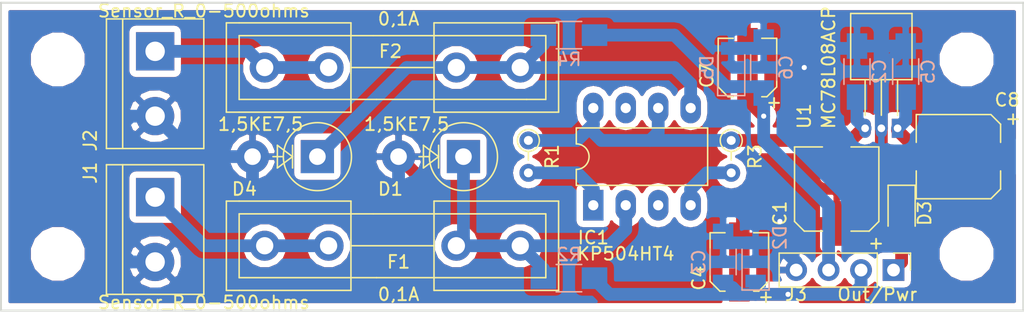
<source format=kicad_pcb>
(kicad_pcb (version 4) (host pcbnew 4.0.7)

  (general
    (links 47)
    (no_connects 0)
    (area 91.364999 58.344999 171.525001 82.625001)
    (thickness 1.6)
    (drawings 4)
    (tracks 134)
    (zones 0)
    (modules 28)
    (nets 13)
  )

  (page A4)
  (layers
    (0 F.Cu signal)
    (31 B.Cu signal)
    (32 B.Adhes user)
    (33 F.Adhes user)
    (34 B.Paste user)
    (35 F.Paste user)
    (36 B.SilkS user)
    (37 F.SilkS user)
    (38 B.Mask user)
    (39 F.Mask user)
    (40 Dwgs.User user)
    (41 Cmts.User user)
    (42 Eco1.User user)
    (43 Eco2.User user)
    (44 Edge.Cuts user)
    (45 Margin user)
    (46 B.CrtYd user)
    (47 F.CrtYd user)
    (48 B.Fab user)
    (49 F.Fab user)
  )

  (setup
    (last_trace_width 1)
    (user_trace_width 0.3)
    (user_trace_width 0.5)
    (user_trace_width 0.8)
    (user_trace_width 1)
    (trace_clearance 0.2)
    (zone_clearance 0.508)
    (zone_45_only no)
    (trace_min 0.2)
    (segment_width 0.2)
    (edge_width 0.15)
    (via_size 0.6)
    (via_drill 0.4)
    (via_min_size 0.4)
    (via_min_drill 0.3)
    (uvia_size 0.3)
    (uvia_drill 0.1)
    (uvias_allowed no)
    (uvia_min_size 0.2)
    (uvia_min_drill 0.1)
    (pcb_text_width 0.3)
    (pcb_text_size 1.5 1.5)
    (mod_edge_width 0.15)
    (mod_text_size 1 1)
    (mod_text_width 0.15)
    (pad_size 1.524 1.524)
    (pad_drill 0.762)
    (pad_to_mask_clearance 0.2)
    (aux_axis_origin 0 0)
    (visible_elements FFFFFF7F)
    (pcbplotparams
      (layerselection 0x00030_80000001)
      (usegerberextensions false)
      (excludeedgelayer true)
      (linewidth 0.100000)
      (plotframeref false)
      (viasonmask false)
      (mode 1)
      (useauxorigin false)
      (hpglpennumber 1)
      (hpglpenspeed 20)
      (hpglpendiameter 15)
      (hpglpenoverlay 2)
      (psnegative false)
      (psa4output false)
      (plotreference true)
      (plotvalue true)
      (plotinvisibletext false)
      (padsonsilk false)
      (subtractmaskfromsilk false)
      (outputformat 1)
      (mirror false)
      (drillshape 1)
      (scaleselection 1)
      (outputdirectory ""))
  )

  (net 0 "")
  (net 1 GND)
  (net 2 +8V)
  (net 3 /ADC_In_A)
  (net 4 "Net-(C5-Pad1)")
  (net 5 /ADC_In_B)
  (net 6 "Net-(D1-Pad1)")
  (net 7 +12V)
  (net 8 "Net-(D4-Pad1)")
  (net 9 "Net-(F1-Pad2)")
  (net 10 "Net-(F2-Pad2)")
  (net 11 "Net-(IC1-Pad1)")
  (net 12 "Net-(IC1-Pad4)")

  (net_class Default "Это класс цепей по умолчанию."
    (clearance 0.2)
    (trace_width 0.25)
    (via_dia 0.6)
    (via_drill 0.4)
    (uvia_dia 0.3)
    (uvia_drill 0.1)
    (add_net +12V)
    (add_net +8V)
    (add_net /ADC_In_A)
    (add_net /ADC_In_B)
    (add_net GND)
    (add_net "Net-(C5-Pad1)")
    (add_net "Net-(D1-Pad1)")
    (add_net "Net-(D4-Pad1)")
    (add_net "Net-(F1-Pad2)")
    (add_net "Net-(F2-Pad2)")
    (add_net "Net-(IC1-Pad1)")
    (add_net "Net-(IC1-Pad4)")
  )

  (module Mounting_Holes:MountingHole_3.2mm_M3 (layer F.Cu) (tedit 5ACF90D6) (tstamp 5ACF973C)
    (at 167.005 62.865)
    (descr "Mounting Hole 3.2mm, no annular, M3")
    (tags "mounting hole 3.2mm no annular m3")
    (attr virtual)
    (fp_text reference "" (at 0 -4.2) (layer F.SilkS) hide
      (effects (font (size 1 1) (thickness 0.15)))
    )
    (fp_text value "" (at 0 4.2) (layer F.Fab) hide
      (effects (font (size 1 1) (thickness 0.15)))
    )
    (fp_text user %R (at 0.3 0) (layer F.Fab)
      (effects (font (size 1 1) (thickness 0.15)))
    )
    (fp_circle (center 0 0) (end 3.2 0) (layer Cmts.User) (width 0.15))
    (fp_circle (center 0 0) (end 3.45 0) (layer F.CrtYd) (width 0.05))
    (pad 1 np_thru_hole circle (at 0 0) (size 3.2 3.2) (drill 3.2) (layers *.Cu *.Mask))
  )

  (module Mounting_Holes:MountingHole_3.2mm_M3 (layer F.Cu) (tedit 5ACF90D6) (tstamp 5ACF9735)
    (at 167.005 78.105)
    (descr "Mounting Hole 3.2mm, no annular, M3")
    (tags "mounting hole 3.2mm no annular m3")
    (attr virtual)
    (fp_text reference "" (at 0 -4.2) (layer F.SilkS) hide
      (effects (font (size 1 1) (thickness 0.15)))
    )
    (fp_text value "" (at 0 4.2) (layer F.Fab) hide
      (effects (font (size 1 1) (thickness 0.15)))
    )
    (fp_text user %R (at 0.3 0) (layer F.Fab)
      (effects (font (size 1 1) (thickness 0.15)))
    )
    (fp_circle (center 0 0) (end 3.2 0) (layer Cmts.User) (width 0.15))
    (fp_circle (center 0 0) (end 3.45 0) (layer F.CrtYd) (width 0.05))
    (pad 1 np_thru_hole circle (at 0 0) (size 3.2 3.2) (drill 3.2) (layers *.Cu *.Mask))
  )

  (module Mounting_Holes:MountingHole_3.2mm_M3 (layer F.Cu) (tedit 5ACF90D6) (tstamp 5ACF972E)
    (at 95.885 62.865)
    (descr "Mounting Hole 3.2mm, no annular, M3")
    (tags "mounting hole 3.2mm no annular m3")
    (attr virtual)
    (fp_text reference "" (at 0 -4.2) (layer F.SilkS) hide
      (effects (font (size 1 1) (thickness 0.15)))
    )
    (fp_text value "" (at 0 4.2) (layer F.Fab) hide
      (effects (font (size 1 1) (thickness 0.15)))
    )
    (fp_text user %R (at 0.3 0) (layer F.Fab)
      (effects (font (size 1 1) (thickness 0.15)))
    )
    (fp_circle (center 0 0) (end 3.2 0) (layer Cmts.User) (width 0.15))
    (fp_circle (center 0 0) (end 3.45 0) (layer F.CrtYd) (width 0.05))
    (pad 1 np_thru_hole circle (at 0 0) (size 3.2 3.2) (drill 3.2) (layers *.Cu *.Mask))
  )

  (module Capacitors_SMD:CP_Elec_6.3x5.3 (layer F.Cu) (tedit 5ACF997D) (tstamp 5ACF9087)
    (at 156.845 73.025 90)
    (descr "SMT capacitor, aluminium electrolytic, 6.3x5.3")
    (path /586ECC74)
    (attr smd)
    (fp_text reference C1 (at -1.905 -4.445 90) (layer F.SilkS)
      (effects (font (size 1 1) (thickness 0.15)))
    )
    (fp_text value 100,0 (at 1.905 -4.445 90) (layer F.Fab)
      (effects (font (size 1 1) (thickness 0.15)))
    )
    (fp_circle (center 0 0) (end 0.6 3) (layer F.Fab) (width 0.1))
    (fp_text user + (at -1.75 -0.08 90) (layer F.Fab)
      (effects (font (size 1 1) (thickness 0.15)))
    )
    (fp_text user + (at -4.28 3.01 90) (layer F.SilkS)
      (effects (font (size 1 1) (thickness 0.15)))
    )
    (fp_text user %R (at -1.905 -4.445 90) (layer F.Fab)
      (effects (font (size 1 1) (thickness 0.15)))
    )
    (fp_line (start 3.15 3.15) (end 3.15 -3.15) (layer F.Fab) (width 0.1))
    (fp_line (start -2.48 3.15) (end 3.15 3.15) (layer F.Fab) (width 0.1))
    (fp_line (start -3.15 2.48) (end -2.48 3.15) (layer F.Fab) (width 0.1))
    (fp_line (start -3.15 -2.48) (end -3.15 2.48) (layer F.Fab) (width 0.1))
    (fp_line (start -2.48 -3.15) (end -3.15 -2.48) (layer F.Fab) (width 0.1))
    (fp_line (start 3.15 -3.15) (end -2.48 -3.15) (layer F.Fab) (width 0.1))
    (fp_line (start 3.3 3.3) (end 3.3 1.12) (layer F.SilkS) (width 0.12))
    (fp_line (start 3.3 -3.3) (end 3.3 -1.12) (layer F.SilkS) (width 0.12))
    (fp_line (start -3.3 2.54) (end -3.3 1.12) (layer F.SilkS) (width 0.12))
    (fp_line (start -3.3 -2.54) (end -3.3 -1.12) (layer F.SilkS) (width 0.12))
    (fp_line (start 3.3 3.3) (end -2.54 3.3) (layer F.SilkS) (width 0.12))
    (fp_line (start -2.54 3.3) (end -3.3 2.54) (layer F.SilkS) (width 0.12))
    (fp_line (start -3.3 -2.54) (end -2.54 -3.3) (layer F.SilkS) (width 0.12))
    (fp_line (start -2.54 -3.3) (end 3.3 -3.3) (layer F.SilkS) (width 0.12))
    (fp_line (start -4.7 -3.4) (end 4.7 -3.4) (layer F.CrtYd) (width 0.05))
    (fp_line (start -4.7 -3.4) (end -4.7 3.4) (layer F.CrtYd) (width 0.05))
    (fp_line (start 4.7 3.4) (end 4.7 -3.4) (layer F.CrtYd) (width 0.05))
    (fp_line (start 4.7 3.4) (end -4.7 3.4) (layer F.CrtYd) (width 0.05))
    (pad 1 smd rect (at -2.7 0 270) (size 3.5 1.6) (layers F.Cu F.Paste F.Mask)
      (net 1 GND))
    (pad 2 smd rect (at 2.7 0 270) (size 3.5 1.6) (layers F.Cu F.Paste F.Mask)
      (net 2 +8V))
    (model Capacitors_SMD.3dshapes/CP_Elec_6.3x5.3.wrl
      (at (xyz 0 0 0))
      (scale (xyz 1 1 1))
      (rotate (xyz 0 0 180))
    )
  )

  (module Capacitors_SMD:C_1206_HandSoldering (layer B.Cu) (tedit 58AA84D1) (tstamp 5ACF908D)
    (at 158.4325 63.8175 90)
    (descr "Capacitor SMD 1206, hand soldering")
    (tags "capacitor 1206")
    (path /586ECC3D)
    (attr smd)
    (fp_text reference C2 (at 0 1.75 90) (layer B.SilkS)
      (effects (font (size 1 1) (thickness 0.15)) (justify mirror))
    )
    (fp_text value 0,33 (at 0 -2 90) (layer B.Fab)
      (effects (font (size 1 1) (thickness 0.15)) (justify mirror))
    )
    (fp_text user %R (at 0 1.75 90) (layer B.Fab)
      (effects (font (size 1 1) (thickness 0.15)) (justify mirror))
    )
    (fp_line (start -1.6 -0.8) (end -1.6 0.8) (layer B.Fab) (width 0.1))
    (fp_line (start 1.6 -0.8) (end -1.6 -0.8) (layer B.Fab) (width 0.1))
    (fp_line (start 1.6 0.8) (end 1.6 -0.8) (layer B.Fab) (width 0.1))
    (fp_line (start -1.6 0.8) (end 1.6 0.8) (layer B.Fab) (width 0.1))
    (fp_line (start 1 1.02) (end -1 1.02) (layer B.SilkS) (width 0.12))
    (fp_line (start -1 -1.02) (end 1 -1.02) (layer B.SilkS) (width 0.12))
    (fp_line (start -3.25 1.05) (end 3.25 1.05) (layer B.CrtYd) (width 0.05))
    (fp_line (start -3.25 1.05) (end -3.25 -1.05) (layer B.CrtYd) (width 0.05))
    (fp_line (start 3.25 -1.05) (end 3.25 1.05) (layer B.CrtYd) (width 0.05))
    (fp_line (start 3.25 -1.05) (end -3.25 -1.05) (layer B.CrtYd) (width 0.05))
    (pad 1 smd rect (at -2 0 90) (size 2 1.6) (layers B.Cu B.Paste B.Mask)
      (net 2 +8V))
    (pad 2 smd rect (at 2 0 90) (size 2 1.6) (layers B.Cu B.Paste B.Mask)
      (net 1 GND))
    (model Capacitors_SMD.3dshapes/C_1206.wrl
      (at (xyz 0 0 0))
      (scale (xyz 1 1 1))
      (rotate (xyz 0 0 0))
    )
  )

  (module Capacitors_SMD:C_1206_HandSoldering (layer B.Cu) (tedit 5ACF9A6C) (tstamp 5ACF9093)
    (at 147.955 78.74 90)
    (descr "Capacitor SMD 1206, hand soldering")
    (tags "capacitor 1206")
    (path /586ECBAE)
    (attr smd)
    (fp_text reference C3 (at 0 -1.905 90) (layer B.SilkS)
      (effects (font (size 1 1) (thickness 0.15)) (justify mirror))
    )
    (fp_text value 0,1 (at 0 -2 90) (layer B.Fab)
      (effects (font (size 1 1) (thickness 0.15)) (justify mirror))
    )
    (fp_text user %R (at 0 1.75 90) (layer B.Fab)
      (effects (font (size 1 1) (thickness 0.15)) (justify mirror))
    )
    (fp_line (start -1.6 -0.8) (end -1.6 0.8) (layer B.Fab) (width 0.1))
    (fp_line (start 1.6 -0.8) (end -1.6 -0.8) (layer B.Fab) (width 0.1))
    (fp_line (start 1.6 0.8) (end 1.6 -0.8) (layer B.Fab) (width 0.1))
    (fp_line (start -1.6 0.8) (end 1.6 0.8) (layer B.Fab) (width 0.1))
    (fp_line (start 1 1.02) (end -1 1.02) (layer B.SilkS) (width 0.12))
    (fp_line (start -1 -1.02) (end 1 -1.02) (layer B.SilkS) (width 0.12))
    (fp_line (start -3.25 1.05) (end 3.25 1.05) (layer B.CrtYd) (width 0.05))
    (fp_line (start -3.25 1.05) (end -3.25 -1.05) (layer B.CrtYd) (width 0.05))
    (fp_line (start 3.25 -1.05) (end 3.25 1.05) (layer B.CrtYd) (width 0.05))
    (fp_line (start 3.25 -1.05) (end -3.25 -1.05) (layer B.CrtYd) (width 0.05))
    (pad 1 smd rect (at -2 0 90) (size 2 1.6) (layers B.Cu B.Paste B.Mask)
      (net 3 /ADC_In_A))
    (pad 2 smd rect (at 2 0 90) (size 2 1.6) (layers B.Cu B.Paste B.Mask)
      (net 1 GND))
    (model Capacitors_SMD.3dshapes/C_1206.wrl
      (at (xyz 0 0 0))
      (scale (xyz 1 1 1))
      (rotate (xyz 0 0 0))
    )
  )

  (module Capacitors_SMD:CP_Elec_4x5.7 (layer F.Cu) (tedit 5ACF9934) (tstamp 5ACF9099)
    (at 149.225 78.74 90)
    (descr "SMT capacitor, aluminium electrolytic, 4x5.7")
    (path /586ECCC9)
    (attr smd)
    (fp_text reference C4 (at -1.27 -3.175 90) (layer F.SilkS)
      (effects (font (size 1 1) (thickness 0.15)))
    )
    (fp_text value 10,0 (at 1.905 -3.175 90) (layer F.Fab)
      (effects (font (size 1 1) (thickness 0.15)))
    )
    (fp_circle (center 0 0) (end 0.3 2.1) (layer F.Fab) (width 0.1))
    (fp_text user + (at -1.1 -0.08 90) (layer F.Fab)
      (effects (font (size 1 1) (thickness 0.15)))
    )
    (fp_text user + (at -2.77 2.01 90) (layer F.SilkS)
      (effects (font (size 1 1) (thickness 0.15)))
    )
    (fp_text user %R (at -1.27 -3.175 90) (layer F.Fab)
      (effects (font (size 1 1) (thickness 0.15)))
    )
    (fp_line (start 2.13 2.13) (end 2.13 -2.13) (layer F.Fab) (width 0.1))
    (fp_line (start -1.46 2.13) (end 2.13 2.13) (layer F.Fab) (width 0.1))
    (fp_line (start -2.13 1.46) (end -1.46 2.13) (layer F.Fab) (width 0.1))
    (fp_line (start -2.13 -1.46) (end -2.13 1.46) (layer F.Fab) (width 0.1))
    (fp_line (start -1.46 -2.13) (end -2.13 -1.46) (layer F.Fab) (width 0.1))
    (fp_line (start 2.13 -2.13) (end -1.46 -2.13) (layer F.Fab) (width 0.1))
    (fp_line (start 2.29 2.29) (end 2.29 1.12) (layer F.SilkS) (width 0.12))
    (fp_line (start 2.29 -2.29) (end 2.29 -1.12) (layer F.SilkS) (width 0.12))
    (fp_line (start -2.29 -1.52) (end -2.29 -1.12) (layer F.SilkS) (width 0.12))
    (fp_line (start -2.29 1.52) (end -2.29 1.12) (layer F.SilkS) (width 0.12))
    (fp_line (start -1.52 2.29) (end 2.29 2.29) (layer F.SilkS) (width 0.12))
    (fp_line (start -1.52 2.29) (end -2.29 1.52) (layer F.SilkS) (width 0.12))
    (fp_line (start -1.52 -2.29) (end 2.29 -2.29) (layer F.SilkS) (width 0.12))
    (fp_line (start -1.52 -2.29) (end -2.29 -1.52) (layer F.SilkS) (width 0.12))
    (fp_line (start -3.35 -2.39) (end 3.35 -2.39) (layer F.CrtYd) (width 0.05))
    (fp_line (start -3.35 -2.39) (end -3.35 2.38) (layer F.CrtYd) (width 0.05))
    (fp_line (start 3.35 2.38) (end 3.35 -2.39) (layer F.CrtYd) (width 0.05))
    (fp_line (start 3.35 2.38) (end -3.35 2.38) (layer F.CrtYd) (width 0.05))
    (pad 1 smd rect (at -1.8 0 270) (size 2.6 1.6) (layers F.Cu F.Paste F.Mask)
      (net 3 /ADC_In_A))
    (pad 2 smd rect (at 1.8 0 270) (size 2.6 1.6) (layers F.Cu F.Paste F.Mask)
      (net 1 GND))
    (model Capacitors_SMD.3dshapes/CP_Elec_4x5.7.wrl
      (at (xyz 0 0 0))
      (scale (xyz 1 1 1))
      (rotate (xyz 0 0 180))
    )
  )

  (module Capacitors_SMD:C_1206_HandSoldering (layer B.Cu) (tedit 58AA84D1) (tstamp 5ACF909F)
    (at 162.2425 63.8175 90)
    (descr "Capacitor SMD 1206, hand soldering")
    (tags "capacitor 1206")
    (path /586ECD3A)
    (attr smd)
    (fp_text reference C5 (at 0 1.75 90) (layer B.SilkS)
      (effects (font (size 1 1) (thickness 0.15)) (justify mirror))
    )
    (fp_text value 0,33 (at 0 -2 90) (layer B.Fab)
      (effects (font (size 1 1) (thickness 0.15)) (justify mirror))
    )
    (fp_text user %R (at 0 1.75 90) (layer B.Fab)
      (effects (font (size 1 1) (thickness 0.15)) (justify mirror))
    )
    (fp_line (start -1.6 -0.8) (end -1.6 0.8) (layer B.Fab) (width 0.1))
    (fp_line (start 1.6 -0.8) (end -1.6 -0.8) (layer B.Fab) (width 0.1))
    (fp_line (start 1.6 0.8) (end 1.6 -0.8) (layer B.Fab) (width 0.1))
    (fp_line (start -1.6 0.8) (end 1.6 0.8) (layer B.Fab) (width 0.1))
    (fp_line (start 1 1.02) (end -1 1.02) (layer B.SilkS) (width 0.12))
    (fp_line (start -1 -1.02) (end 1 -1.02) (layer B.SilkS) (width 0.12))
    (fp_line (start -3.25 1.05) (end 3.25 1.05) (layer B.CrtYd) (width 0.05))
    (fp_line (start -3.25 1.05) (end -3.25 -1.05) (layer B.CrtYd) (width 0.05))
    (fp_line (start 3.25 -1.05) (end 3.25 1.05) (layer B.CrtYd) (width 0.05))
    (fp_line (start 3.25 -1.05) (end -3.25 -1.05) (layer B.CrtYd) (width 0.05))
    (pad 1 smd rect (at -2 0 90) (size 2 1.6) (layers B.Cu B.Paste B.Mask)
      (net 4 "Net-(C5-Pad1)"))
    (pad 2 smd rect (at 2 0 90) (size 2 1.6) (layers B.Cu B.Paste B.Mask)
      (net 1 GND))
    (model Capacitors_SMD.3dshapes/C_1206.wrl
      (at (xyz 0 0 0))
      (scale (xyz 1 1 1))
      (rotate (xyz 0 0 0))
    )
  )

  (module Capacitors_SMD:C_1206_HandSoldering (layer B.Cu) (tedit 58AA84D1) (tstamp 5ACF90A5)
    (at 151.13 63.5 90)
    (descr "Capacitor SMD 1206, hand soldering")
    (tags "capacitor 1206")
    (path /5ACF9AD0)
    (attr smd)
    (fp_text reference C6 (at 0 1.75 90) (layer B.SilkS)
      (effects (font (size 1 1) (thickness 0.15)) (justify mirror))
    )
    (fp_text value 0,1 (at 0 -2 90) (layer B.Fab)
      (effects (font (size 1 1) (thickness 0.15)) (justify mirror))
    )
    (fp_text user %R (at 0 1.75 90) (layer B.Fab)
      (effects (font (size 1 1) (thickness 0.15)) (justify mirror))
    )
    (fp_line (start -1.6 -0.8) (end -1.6 0.8) (layer B.Fab) (width 0.1))
    (fp_line (start 1.6 -0.8) (end -1.6 -0.8) (layer B.Fab) (width 0.1))
    (fp_line (start 1.6 0.8) (end 1.6 -0.8) (layer B.Fab) (width 0.1))
    (fp_line (start -1.6 0.8) (end 1.6 0.8) (layer B.Fab) (width 0.1))
    (fp_line (start 1 1.02) (end -1 1.02) (layer B.SilkS) (width 0.12))
    (fp_line (start -1 -1.02) (end 1 -1.02) (layer B.SilkS) (width 0.12))
    (fp_line (start -3.25 1.05) (end 3.25 1.05) (layer B.CrtYd) (width 0.05))
    (fp_line (start -3.25 1.05) (end -3.25 -1.05) (layer B.CrtYd) (width 0.05))
    (fp_line (start 3.25 -1.05) (end 3.25 1.05) (layer B.CrtYd) (width 0.05))
    (fp_line (start 3.25 -1.05) (end -3.25 -1.05) (layer B.CrtYd) (width 0.05))
    (pad 1 smd rect (at -2 0 90) (size 2 1.6) (layers B.Cu B.Paste B.Mask)
      (net 5 /ADC_In_B))
    (pad 2 smd rect (at 2 0 90) (size 2 1.6) (layers B.Cu B.Paste B.Mask)
      (net 1 GND))
    (model Capacitors_SMD.3dshapes/C_1206.wrl
      (at (xyz 0 0 0))
      (scale (xyz 1 1 1))
      (rotate (xyz 0 0 0))
    )
  )

  (module Capacitors_SMD:CP_Elec_4x5.7 (layer F.Cu) (tedit 5ACF991A) (tstamp 5ACF90AB)
    (at 149.86 63.5 90)
    (descr "SMT capacitor, aluminium electrolytic, 4x5.7")
    (path /5ACF9AD6)
    (attr smd)
    (fp_text reference C7 (at -0.635 -3.175 90) (layer F.SilkS)
      (effects (font (size 1 1) (thickness 0.15)))
    )
    (fp_text value 10,0 (at 2.54 -3.175 90) (layer F.Fab)
      (effects (font (size 1 1) (thickness 0.15)))
    )
    (fp_circle (center 0 0) (end 0.3 2.1) (layer F.Fab) (width 0.1))
    (fp_text user + (at -1.1 -0.08 90) (layer F.Fab)
      (effects (font (size 1 1) (thickness 0.15)))
    )
    (fp_text user + (at -2.77 2.01 90) (layer F.SilkS)
      (effects (font (size 1 1) (thickness 0.15)))
    )
    (fp_text user %R (at -0.635 -3.175 90) (layer F.Fab)
      (effects (font (size 1 1) (thickness 0.15)))
    )
    (fp_line (start 2.13 2.13) (end 2.13 -2.13) (layer F.Fab) (width 0.1))
    (fp_line (start -1.46 2.13) (end 2.13 2.13) (layer F.Fab) (width 0.1))
    (fp_line (start -2.13 1.46) (end -1.46 2.13) (layer F.Fab) (width 0.1))
    (fp_line (start -2.13 -1.46) (end -2.13 1.46) (layer F.Fab) (width 0.1))
    (fp_line (start -1.46 -2.13) (end -2.13 -1.46) (layer F.Fab) (width 0.1))
    (fp_line (start 2.13 -2.13) (end -1.46 -2.13) (layer F.Fab) (width 0.1))
    (fp_line (start 2.29 2.29) (end 2.29 1.12) (layer F.SilkS) (width 0.12))
    (fp_line (start 2.29 -2.29) (end 2.29 -1.12) (layer F.SilkS) (width 0.12))
    (fp_line (start -2.29 -1.52) (end -2.29 -1.12) (layer F.SilkS) (width 0.12))
    (fp_line (start -2.29 1.52) (end -2.29 1.12) (layer F.SilkS) (width 0.12))
    (fp_line (start -1.52 2.29) (end 2.29 2.29) (layer F.SilkS) (width 0.12))
    (fp_line (start -1.52 2.29) (end -2.29 1.52) (layer F.SilkS) (width 0.12))
    (fp_line (start -1.52 -2.29) (end 2.29 -2.29) (layer F.SilkS) (width 0.12))
    (fp_line (start -1.52 -2.29) (end -2.29 -1.52) (layer F.SilkS) (width 0.12))
    (fp_line (start -3.35 -2.39) (end 3.35 -2.39) (layer F.CrtYd) (width 0.05))
    (fp_line (start -3.35 -2.39) (end -3.35 2.38) (layer F.CrtYd) (width 0.05))
    (fp_line (start 3.35 2.38) (end 3.35 -2.39) (layer F.CrtYd) (width 0.05))
    (fp_line (start 3.35 2.38) (end -3.35 2.38) (layer F.CrtYd) (width 0.05))
    (pad 1 smd rect (at -1.8 0 270) (size 2.6 1.6) (layers F.Cu F.Paste F.Mask)
      (net 5 /ADC_In_B))
    (pad 2 smd rect (at 1.8 0 270) (size 2.6 1.6) (layers F.Cu F.Paste F.Mask)
      (net 1 GND))
    (model Capacitors_SMD.3dshapes/CP_Elec_4x5.7.wrl
      (at (xyz 0 0 0))
      (scale (xyz 1 1 1))
      (rotate (xyz 0 0 180))
    )
  )

  (module Capacitors_SMD:CP_Elec_6.3x5.3 (layer F.Cu) (tedit 5ACF99A7) (tstamp 5ACF90B1)
    (at 166.37 70.485 180)
    (descr "SMT capacitor, aluminium electrolytic, 6.3x5.3")
    (path /5ACF9548)
    (attr smd)
    (fp_text reference C8 (at -3.81 4.445 180) (layer F.SilkS)
      (effects (font (size 1 1) (thickness 0.15)))
    )
    (fp_text value 100,0 (at 0 -1.905 180) (layer F.Fab)
      (effects (font (size 1 1) (thickness 0.15)))
    )
    (fp_circle (center 0 0) (end 0.6 3) (layer F.Fab) (width 0.1))
    (fp_text user + (at -1.75 -0.08 180) (layer F.Fab)
      (effects (font (size 1 1) (thickness 0.15)))
    )
    (fp_text user + (at -4.28 3.01 180) (layer F.SilkS)
      (effects (font (size 1 1) (thickness 0.15)))
    )
    (fp_text user %R (at -3.81 4.445 180) (layer F.Fab)
      (effects (font (size 1 1) (thickness 0.15)))
    )
    (fp_line (start 3.15 3.15) (end 3.15 -3.15) (layer F.Fab) (width 0.1))
    (fp_line (start -2.48 3.15) (end 3.15 3.15) (layer F.Fab) (width 0.1))
    (fp_line (start -3.15 2.48) (end -2.48 3.15) (layer F.Fab) (width 0.1))
    (fp_line (start -3.15 -2.48) (end -3.15 2.48) (layer F.Fab) (width 0.1))
    (fp_line (start -2.48 -3.15) (end -3.15 -2.48) (layer F.Fab) (width 0.1))
    (fp_line (start 3.15 -3.15) (end -2.48 -3.15) (layer F.Fab) (width 0.1))
    (fp_line (start 3.3 3.3) (end 3.3 1.12) (layer F.SilkS) (width 0.12))
    (fp_line (start 3.3 -3.3) (end 3.3 -1.12) (layer F.SilkS) (width 0.12))
    (fp_line (start -3.3 2.54) (end -3.3 1.12) (layer F.SilkS) (width 0.12))
    (fp_line (start -3.3 -2.54) (end -3.3 -1.12) (layer F.SilkS) (width 0.12))
    (fp_line (start 3.3 3.3) (end -2.54 3.3) (layer F.SilkS) (width 0.12))
    (fp_line (start -2.54 3.3) (end -3.3 2.54) (layer F.SilkS) (width 0.12))
    (fp_line (start -3.3 -2.54) (end -2.54 -3.3) (layer F.SilkS) (width 0.12))
    (fp_line (start -2.54 -3.3) (end 3.3 -3.3) (layer F.SilkS) (width 0.12))
    (fp_line (start -4.7 -3.4) (end 4.7 -3.4) (layer F.CrtYd) (width 0.05))
    (fp_line (start -4.7 -3.4) (end -4.7 3.4) (layer F.CrtYd) (width 0.05))
    (fp_line (start 4.7 3.4) (end 4.7 -3.4) (layer F.CrtYd) (width 0.05))
    (fp_line (start 4.7 3.4) (end -4.7 3.4) (layer F.CrtYd) (width 0.05))
    (pad 1 smd rect (at -2.7 0) (size 3.5 1.6) (layers F.Cu F.Paste F.Mask)
      (net 1 GND))
    (pad 2 smd rect (at 2.7 0) (size 3.5 1.6) (layers F.Cu F.Paste F.Mask)
      (net 4 "Net-(C5-Pad1)"))
    (model Capacitors_SMD.3dshapes/CP_Elec_6.3x5.3.wrl
      (at (xyz 0 0 0))
      (scale (xyz 1 1 1))
      (rotate (xyz 0 0 180))
    )
  )

  (module Diodes_THT:D_DO-201_P5.08mm_Vertical_AnodeUp (layer F.Cu) (tedit 5ACF9AEE) (tstamp 5ACF90B7)
    (at 127.635 70.485 180)
    (descr "D, DO-201 series, Axial, Vertical, pin pitch=5.08mm, , length*diameter=9.53*5.21mm^2, , http://www.diodes.com/_files/packages/DO-201.pdf")
    (tags "D DO-201 series Axial Vertical pin pitch 5.08mm  length 9.53mm diameter 5.21mm")
    (path /586EC98B)
    (fp_text reference D1 (at 5.715 -2.54 180) (layer F.SilkS)
      (effects (font (size 1 1) (thickness 0.15)))
    )
    (fp_text value 1,5KE7,5 (at 4.445 2.54 180) (layer F.SilkS)
      (effects (font (size 1 1) (thickness 0.15)))
    )
    (fp_text user K (at -3.365 0 180) (layer F.Fab)
      (effects (font (size 1 1) (thickness 0.15)))
    )
    (fp_text user %R (at 5.715 -2.54 180) (layer F.Fab)
      (effects (font (size 1 1) (thickness 0.15)))
    )
    (fp_line (start 0 0) (end 5.08 0) (layer F.Fab) (width 0.1))
    (fp_line (start 2.665 0) (end 3.48 0) (layer F.SilkS) (width 0.12))
    (fp_line (start 1.947333 -0.889) (end 1.947333 0.889) (layer F.SilkS) (width 0.12))
    (fp_line (start 1.947333 0) (end 3.132667 -0.889) (layer F.SilkS) (width 0.12))
    (fp_line (start 3.132667 -0.889) (end 3.132667 0.889) (layer F.SilkS) (width 0.12))
    (fp_line (start 3.132667 0.889) (end 1.947333 0) (layer F.SilkS) (width 0.12))
    (fp_line (start -2.95 -2.95) (end -2.95 2.95) (layer F.CrtYd) (width 0.05))
    (fp_line (start -2.95 2.95) (end 6.7 2.95) (layer F.CrtYd) (width 0.05))
    (fp_line (start 6.7 2.95) (end 6.7 -2.95) (layer F.CrtYd) (width 0.05))
    (fp_line (start 6.7 -2.95) (end -2.95 -2.95) (layer F.CrtYd) (width 0.05))
    (fp_circle (center 0 0) (end 2.605 0) (layer F.Fab) (width 0.1))
    (fp_circle (center 0 0) (end 2.665 0) (layer F.SilkS) (width 0.12))
    (pad 1 thru_hole rect (at 0 0 180) (size 2.6 2.6) (drill 1.3) (layers *.Cu *.Mask)
      (net 6 "Net-(D1-Pad1)"))
    (pad 2 thru_hole oval (at 5.08 0 180) (size 2.6 2.6) (drill 1.3) (layers *.Cu *.Mask)
      (net 1 GND))
    (model ${KISYS3DMOD}/Diodes_THT.3dshapes/D_DO-201_P5.08mm_Vertical_AnodeUp.wrl
      (at (xyz 0 0 0))
      (scale (xyz 0.393701 0.393701 0.393701))
      (rotate (xyz 0 0 0))
    )
  )

  (module Diodes_SMD:D_1206 (layer B.Cu) (tedit 5ACF9A75) (tstamp 5ACF90BD)
    (at 150.495 78.74 90)
    (descr "Diode SMD 1206, reflow soldering http://datasheets.avx.com/schottky.pdf")
    (tags "Diode 1206")
    (path /586EC9DC)
    (attr smd)
    (fp_text reference D2 (at 1.905 1.905 90) (layer B.SilkS)
      (effects (font (size 1 1) (thickness 0.15)) (justify mirror))
    )
    (fp_text value 4v7 (at 0 -1.9 90) (layer B.Fab)
      (effects (font (size 1 1) (thickness 0.15)) (justify mirror))
    )
    (fp_text user %R (at 0 1.8 90) (layer B.Fab)
      (effects (font (size 1 1) (thickness 0.15)) (justify mirror))
    )
    (fp_line (start -0.254 0.254) (end -0.254 -0.254) (layer B.Fab) (width 0.1))
    (fp_line (start 0.127 0) (end 0.381 0) (layer B.Fab) (width 0.1))
    (fp_line (start -0.254 0) (end -0.508 0) (layer B.Fab) (width 0.1))
    (fp_line (start 0.127 -0.254) (end -0.254 0) (layer B.Fab) (width 0.1))
    (fp_line (start 0.127 0.254) (end 0.127 -0.254) (layer B.Fab) (width 0.1))
    (fp_line (start -0.254 0) (end 0.127 0.254) (layer B.Fab) (width 0.1))
    (fp_line (start -2.2 1.06) (end -2.2 -1.06) (layer B.SilkS) (width 0.12))
    (fp_line (start -1.7 -0.95) (end -1.7 0.95) (layer B.Fab) (width 0.1))
    (fp_line (start 1.7 -0.95) (end -1.7 -0.95) (layer B.Fab) (width 0.1))
    (fp_line (start 1.7 0.95) (end 1.7 -0.95) (layer B.Fab) (width 0.1))
    (fp_line (start -1.7 0.95) (end 1.7 0.95) (layer B.Fab) (width 0.1))
    (fp_line (start -2.3 1.16) (end 2.3 1.16) (layer B.CrtYd) (width 0.05))
    (fp_line (start -2.3 -1.16) (end 2.3 -1.16) (layer B.CrtYd) (width 0.05))
    (fp_line (start -2.3 1.16) (end -2.3 -1.16) (layer B.CrtYd) (width 0.05))
    (fp_line (start 2.3 1.16) (end 2.3 -1.16) (layer B.CrtYd) (width 0.05))
    (fp_line (start 1 1.06) (end -2.2 1.06) (layer B.SilkS) (width 0.12))
    (fp_line (start -2.2 -1.06) (end 1 -1.06) (layer B.SilkS) (width 0.12))
    (pad 1 smd rect (at -1.5 0 90) (size 1 1.6) (layers B.Cu B.Paste B.Mask)
      (net 3 /ADC_In_A))
    (pad 2 smd rect (at 1.5 0 90) (size 1 1.6) (layers B.Cu B.Paste B.Mask)
      (net 1 GND))
    (model ${KISYS3DMOD}/Diodes_SMD.3dshapes/D_1206.wrl
      (at (xyz 0 0 0))
      (scale (xyz 1 1 1))
      (rotate (xyz 0 0 0))
    )
  )

  (module Diodes_SMD:D_1206 (layer F.Cu) (tedit 590CEAF5) (tstamp 5ACF90C3)
    (at 161.925 74.93 270)
    (descr "Diode SMD 1206, reflow soldering http://datasheets.avx.com/schottky.pdf")
    (tags "Diode 1206")
    (path /586ECE38)
    (attr smd)
    (fp_text reference D3 (at 0 -1.8 270) (layer F.SilkS)
      (effects (font (size 1 1) (thickness 0.15)))
    )
    (fp_text value 1n4148 (at 0 1.9 270) (layer F.Fab)
      (effects (font (size 1 1) (thickness 0.15)))
    )
    (fp_text user %R (at 0 -1.8 270) (layer F.Fab)
      (effects (font (size 1 1) (thickness 0.15)))
    )
    (fp_line (start -0.254 -0.254) (end -0.254 0.254) (layer F.Fab) (width 0.1))
    (fp_line (start 0.127 0) (end 0.381 0) (layer F.Fab) (width 0.1))
    (fp_line (start -0.254 0) (end -0.508 0) (layer F.Fab) (width 0.1))
    (fp_line (start 0.127 0.254) (end -0.254 0) (layer F.Fab) (width 0.1))
    (fp_line (start 0.127 -0.254) (end 0.127 0.254) (layer F.Fab) (width 0.1))
    (fp_line (start -0.254 0) (end 0.127 -0.254) (layer F.Fab) (width 0.1))
    (fp_line (start -2.2 -1.06) (end -2.2 1.06) (layer F.SilkS) (width 0.12))
    (fp_line (start -1.7 0.95) (end -1.7 -0.95) (layer F.Fab) (width 0.1))
    (fp_line (start 1.7 0.95) (end -1.7 0.95) (layer F.Fab) (width 0.1))
    (fp_line (start 1.7 -0.95) (end 1.7 0.95) (layer F.Fab) (width 0.1))
    (fp_line (start -1.7 -0.95) (end 1.7 -0.95) (layer F.Fab) (width 0.1))
    (fp_line (start -2.3 -1.16) (end 2.3 -1.16) (layer F.CrtYd) (width 0.05))
    (fp_line (start -2.3 1.16) (end 2.3 1.16) (layer F.CrtYd) (width 0.05))
    (fp_line (start -2.3 -1.16) (end -2.3 1.16) (layer F.CrtYd) (width 0.05))
    (fp_line (start 2.3 -1.16) (end 2.3 1.16) (layer F.CrtYd) (width 0.05))
    (fp_line (start 1 -1.06) (end -2.2 -1.06) (layer F.SilkS) (width 0.12))
    (fp_line (start -2.2 1.06) (end 1 1.06) (layer F.SilkS) (width 0.12))
    (pad 1 smd rect (at -1.5 0 270) (size 1 1.6) (layers F.Cu F.Paste F.Mask)
      (net 4 "Net-(C5-Pad1)"))
    (pad 2 smd rect (at 1.5 0 270) (size 1 1.6) (layers F.Cu F.Paste F.Mask)
      (net 7 +12V))
    (model ${KISYS3DMOD}/Diodes_SMD.3dshapes/D_1206.wrl
      (at (xyz 0 0 0))
      (scale (xyz 1 1 1))
      (rotate (xyz 0 0 0))
    )
  )

  (module Diodes_THT:D_DO-201_P5.08mm_Vertical_AnodeUp (layer F.Cu) (tedit 5ACF9AEB) (tstamp 5ACF90C9)
    (at 116.205 70.485 180)
    (descr "D, DO-201 series, Axial, Vertical, pin pitch=5.08mm, , length*diameter=9.53*5.21mm^2, , http://www.diodes.com/_files/packages/DO-201.pdf")
    (tags "D DO-201 series Axial Vertical pin pitch 5.08mm  length 9.53mm diameter 5.21mm")
    (path /5ACF9AB2)
    (fp_text reference D4 (at 5.715 -2.54 180) (layer F.SilkS)
      (effects (font (size 1 1) (thickness 0.15)))
    )
    (fp_text value 1,5KE7,5 (at 4.445 2.54 180) (layer F.SilkS)
      (effects (font (size 1 1) (thickness 0.15)))
    )
    (fp_text user K (at -3.365 0 180) (layer F.Fab)
      (effects (font (size 1 1) (thickness 0.15)))
    )
    (fp_text user %R (at 5.715 -2.54 180) (layer F.Fab)
      (effects (font (size 1 1) (thickness 0.15)))
    )
    (fp_line (start 0 0) (end 5.08 0) (layer F.Fab) (width 0.1))
    (fp_line (start 2.665 0) (end 3.48 0) (layer F.SilkS) (width 0.12))
    (fp_line (start 1.947333 -0.889) (end 1.947333 0.889) (layer F.SilkS) (width 0.12))
    (fp_line (start 1.947333 0) (end 3.132667 -0.889) (layer F.SilkS) (width 0.12))
    (fp_line (start 3.132667 -0.889) (end 3.132667 0.889) (layer F.SilkS) (width 0.12))
    (fp_line (start 3.132667 0.889) (end 1.947333 0) (layer F.SilkS) (width 0.12))
    (fp_line (start -2.95 -2.95) (end -2.95 2.95) (layer F.CrtYd) (width 0.05))
    (fp_line (start -2.95 2.95) (end 6.7 2.95) (layer F.CrtYd) (width 0.05))
    (fp_line (start 6.7 2.95) (end 6.7 -2.95) (layer F.CrtYd) (width 0.05))
    (fp_line (start 6.7 -2.95) (end -2.95 -2.95) (layer F.CrtYd) (width 0.05))
    (fp_circle (center 0 0) (end 2.605 0) (layer F.Fab) (width 0.1))
    (fp_circle (center 0 0) (end 2.665 0) (layer F.SilkS) (width 0.12))
    (pad 1 thru_hole rect (at 0 0 180) (size 2.6 2.6) (drill 1.3) (layers *.Cu *.Mask)
      (net 8 "Net-(D4-Pad1)"))
    (pad 2 thru_hole oval (at 5.08 0 180) (size 2.6 2.6) (drill 1.3) (layers *.Cu *.Mask)
      (net 1 GND))
    (model ${KISYS3DMOD}/Diodes_THT.3dshapes/D_DO-201_P5.08mm_Vertical_AnodeUp.wrl
      (at (xyz 0 0 0))
      (scale (xyz 0.393701 0.393701 0.393701))
      (rotate (xyz 0 0 0))
    )
  )

  (module Diodes_SMD:D_1206 (layer B.Cu) (tedit 5ACF9A55) (tstamp 5ACF90CF)
    (at 148.59 63.5 90)
    (descr "Diode SMD 1206, reflow soldering http://datasheets.avx.com/schottky.pdf")
    (tags "Diode 1206")
    (path /5ACF9AB8)
    (attr smd)
    (fp_text reference D5 (at 0 -1.905 90) (layer B.SilkS)
      (effects (font (size 1 1) (thickness 0.15)) (justify mirror))
    )
    (fp_text value 4v7 (at 0 -1.9 90) (layer B.Fab)
      (effects (font (size 1 1) (thickness 0.15)) (justify mirror))
    )
    (fp_text user %R (at 0 1.8 90) (layer B.Fab)
      (effects (font (size 1 1) (thickness 0.15)) (justify mirror))
    )
    (fp_line (start -0.254 0.254) (end -0.254 -0.254) (layer B.Fab) (width 0.1))
    (fp_line (start 0.127 0) (end 0.381 0) (layer B.Fab) (width 0.1))
    (fp_line (start -0.254 0) (end -0.508 0) (layer B.Fab) (width 0.1))
    (fp_line (start 0.127 -0.254) (end -0.254 0) (layer B.Fab) (width 0.1))
    (fp_line (start 0.127 0.254) (end 0.127 -0.254) (layer B.Fab) (width 0.1))
    (fp_line (start -0.254 0) (end 0.127 0.254) (layer B.Fab) (width 0.1))
    (fp_line (start -2.2 1.06) (end -2.2 -1.06) (layer B.SilkS) (width 0.12))
    (fp_line (start -1.7 -0.95) (end -1.7 0.95) (layer B.Fab) (width 0.1))
    (fp_line (start 1.7 -0.95) (end -1.7 -0.95) (layer B.Fab) (width 0.1))
    (fp_line (start 1.7 0.95) (end 1.7 -0.95) (layer B.Fab) (width 0.1))
    (fp_line (start -1.7 0.95) (end 1.7 0.95) (layer B.Fab) (width 0.1))
    (fp_line (start -2.3 1.16) (end 2.3 1.16) (layer B.CrtYd) (width 0.05))
    (fp_line (start -2.3 -1.16) (end 2.3 -1.16) (layer B.CrtYd) (width 0.05))
    (fp_line (start -2.3 1.16) (end -2.3 -1.16) (layer B.CrtYd) (width 0.05))
    (fp_line (start 2.3 1.16) (end 2.3 -1.16) (layer B.CrtYd) (width 0.05))
    (fp_line (start 1 1.06) (end -2.2 1.06) (layer B.SilkS) (width 0.12))
    (fp_line (start -2.2 -1.06) (end 1 -1.06) (layer B.SilkS) (width 0.12))
    (pad 1 smd rect (at -1.5 0 90) (size 1 1.6) (layers B.Cu B.Paste B.Mask)
      (net 5 /ADC_In_B))
    (pad 2 smd rect (at 1.5 0 90) (size 1 1.6) (layers B.Cu B.Paste B.Mask)
      (net 1 GND))
    (model ${KISYS3DMOD}/Diodes_SMD.3dshapes/D_1206.wrl
      (at (xyz 0 0 0))
      (scale (xyz 1 1 1))
      (rotate (xyz 0 0 0))
    )
  )

  (module Fuse_Holders_and_Fuses:Fuseholder5x20_horiz_open_inline_Type-I (layer F.Cu) (tedit 5ACF9AD4) (tstamp 5ACF90D7)
    (at 132.08 77.47 180)
    (descr "Fuseholder, 5x20, open, horizontal, Type-I, Inline,")
    (tags "Fuseholder 5x20 open horizontal Type-I Inline Sicherungshalter offen ")
    (path /586ECAC3)
    (fp_text reference F1 (at 9.525 -1.27 180) (layer F.SilkS)
      (effects (font (size 1 1) (thickness 0.15)))
    )
    (fp_text value 0,1A (at 9.525 -3.81 180) (layer F.SilkS)
      (effects (font (size 1 1) (thickness 0.15)))
    )
    (fp_line (start 5 0) (end 15 0) (layer F.Fab) (width 0.1))
    (fp_line (start -2 -2.5) (end 22 -2.5) (layer F.Fab) (width 0.1))
    (fp_line (start 22 -2.5) (end 22 2.5) (layer F.Fab) (width 0.1))
    (fp_line (start 22 2.5) (end -2 2.5) (layer F.Fab) (width 0.1))
    (fp_line (start -2 2.5) (end -2 -2.5) (layer F.Fab) (width 0.1))
    (fp_line (start 13.35 -3.4) (end 13.35 3.4) (layer F.Fab) (width 0.1))
    (fp_line (start 13.35 3.4) (end 22.9 3.4) (layer F.Fab) (width 0.1))
    (fp_line (start 22.9 3.4) (end 22.9 -3.4) (layer F.Fab) (width 0.1))
    (fp_line (start 22.9 -3.4) (end 13.35 -3.4) (layer F.Fab) (width 0.1))
    (fp_line (start -2.95 -3.4) (end 6.65 -3.4) (layer F.Fab) (width 0.1))
    (fp_line (start 6.65 -3.4) (end 6.65 3.4) (layer F.Fab) (width 0.1))
    (fp_line (start 6.65 3.4) (end -2.9 3.4) (layer F.Fab) (width 0.1))
    (fp_line (start -2.9 3.4) (end -2.9 -3.4) (layer F.Fab) (width 0.1))
    (fp_line (start 13.25 0) (end 6.75 0) (layer F.SilkS) (width 0.12))
    (fp_line (start 13.25 -3.5) (end 13.25 3.5) (layer F.SilkS) (width 0.12))
    (fp_line (start 22 3.5) (end 13.25 3.5) (layer F.SilkS) (width 0.12))
    (fp_line (start 22 -3.5) (end 13.25 -3.5) (layer F.SilkS) (width 0.12))
    (fp_line (start -0.75 2.5) (end -2 2.5) (layer F.SilkS) (width 0.12))
    (fp_line (start -0.5 -2.5) (end -2 -2.5) (layer F.SilkS) (width 0.12))
    (fp_line (start 11.5 2.5) (end -0.75 2.5) (layer F.SilkS) (width 0.12))
    (fp_line (start 11.25 -2.5) (end -0.5 -2.5) (layer F.SilkS) (width 0.12))
    (fp_line (start 22 2.5) (end 11.5 2.5) (layer F.SilkS) (width 0.12))
    (fp_line (start 22 -2.5) (end 11.25 -2.5) (layer F.SilkS) (width 0.12))
    (fp_line (start 22 -2.5) (end 22 2.5) (layer F.SilkS) (width 0.12))
    (fp_line (start 23 -3.5) (end 22 -3.5) (layer F.SilkS) (width 0.12))
    (fp_line (start 23 -3.5) (end 23 3.5) (layer F.SilkS) (width 0.12))
    (fp_line (start 23 3.5) (end 22 3.5) (layer F.SilkS) (width 0.12))
    (fp_line (start -2 -2.5) (end -2 2.5) (layer F.SilkS) (width 0.12))
    (fp_line (start 6.75 -3.5) (end -3 -3.5) (layer F.SilkS) (width 0.12))
    (fp_line (start -3 -3.5) (end -3 3.5) (layer F.SilkS) (width 0.12))
    (fp_line (start 6.75 3.5) (end -3 3.5) (layer F.SilkS) (width 0.12))
    (fp_line (start 6.75 -3.5) (end 6.75 3.5) (layer F.SilkS) (width 0.12))
    (fp_line (start -3.2 -3.65) (end 23.15 -3.65) (layer F.CrtYd) (width 0.05))
    (fp_line (start -3.2 -3.65) (end -3.2 3.65) (layer F.CrtYd) (width 0.05))
    (fp_line (start 23.15 3.65) (end 23.15 -3.65) (layer F.CrtYd) (width 0.05))
    (fp_line (start 23.15 3.65) (end -3.2 3.65) (layer F.CrtYd) (width 0.05))
    (pad 2 thru_hole circle (at 15 0 180) (size 2.35 2.35) (drill 1.35) (layers *.Cu *.Mask)
      (net 9 "Net-(F1-Pad2)"))
    (pad 2 thru_hole circle (at 20 0 180) (size 2.35 2.35) (drill 1.35) (layers *.Cu *.Mask)
      (net 9 "Net-(F1-Pad2)"))
    (pad 1 thru_hole circle (at 5 0 180) (size 2.35 2.35) (drill 1.35) (layers *.Cu *.Mask)
      (net 6 "Net-(D1-Pad1)"))
    (pad 1 thru_hole circle (at 0 0 180) (size 2.35 2.35) (drill 1.35) (layers *.Cu *.Mask)
      (net 6 "Net-(D1-Pad1)"))
  )

  (module Fuse_Holders_and_Fuses:Fuseholder5x20_horiz_open_inline_Type-I (layer F.Cu) (tedit 5ACF9ACE) (tstamp 5ACF90DF)
    (at 132.08 63.5 180)
    (descr "Fuseholder, 5x20, open, horizontal, Type-I, Inline,")
    (tags "Fuseholder 5x20 open horizontal Type-I Inline Sicherungshalter offen ")
    (path /5ACF9ACA)
    (fp_text reference F2 (at 10.16 1.27 180) (layer F.SilkS)
      (effects (font (size 1 1) (thickness 0.15)))
    )
    (fp_text value 0,1A (at 9.525 3.81 180) (layer F.SilkS)
      (effects (font (size 1 1) (thickness 0.15)))
    )
    (fp_line (start 5 0) (end 15 0) (layer F.Fab) (width 0.1))
    (fp_line (start -2 -2.5) (end 22 -2.5) (layer F.Fab) (width 0.1))
    (fp_line (start 22 -2.5) (end 22 2.5) (layer F.Fab) (width 0.1))
    (fp_line (start 22 2.5) (end -2 2.5) (layer F.Fab) (width 0.1))
    (fp_line (start -2 2.5) (end -2 -2.5) (layer F.Fab) (width 0.1))
    (fp_line (start 13.35 -3.4) (end 13.35 3.4) (layer F.Fab) (width 0.1))
    (fp_line (start 13.35 3.4) (end 22.9 3.4) (layer F.Fab) (width 0.1))
    (fp_line (start 22.9 3.4) (end 22.9 -3.4) (layer F.Fab) (width 0.1))
    (fp_line (start 22.9 -3.4) (end 13.35 -3.4) (layer F.Fab) (width 0.1))
    (fp_line (start -2.95 -3.4) (end 6.65 -3.4) (layer F.Fab) (width 0.1))
    (fp_line (start 6.65 -3.4) (end 6.65 3.4) (layer F.Fab) (width 0.1))
    (fp_line (start 6.65 3.4) (end -2.9 3.4) (layer F.Fab) (width 0.1))
    (fp_line (start -2.9 3.4) (end -2.9 -3.4) (layer F.Fab) (width 0.1))
    (fp_line (start 13.25 0) (end 6.75 0) (layer F.SilkS) (width 0.12))
    (fp_line (start 13.25 -3.5) (end 13.25 3.5) (layer F.SilkS) (width 0.12))
    (fp_line (start 22 3.5) (end 13.25 3.5) (layer F.SilkS) (width 0.12))
    (fp_line (start 22 -3.5) (end 13.25 -3.5) (layer F.SilkS) (width 0.12))
    (fp_line (start -0.75 2.5) (end -2 2.5) (layer F.SilkS) (width 0.12))
    (fp_line (start -0.5 -2.5) (end -2 -2.5) (layer F.SilkS) (width 0.12))
    (fp_line (start 11.5 2.5) (end -0.75 2.5) (layer F.SilkS) (width 0.12))
    (fp_line (start 11.25 -2.5) (end -0.5 -2.5) (layer F.SilkS) (width 0.12))
    (fp_line (start 22 2.5) (end 11.5 2.5) (layer F.SilkS) (width 0.12))
    (fp_line (start 22 -2.5) (end 11.25 -2.5) (layer F.SilkS) (width 0.12))
    (fp_line (start 22 -2.5) (end 22 2.5) (layer F.SilkS) (width 0.12))
    (fp_line (start 23 -3.5) (end 22 -3.5) (layer F.SilkS) (width 0.12))
    (fp_line (start 23 -3.5) (end 23 3.5) (layer F.SilkS) (width 0.12))
    (fp_line (start 23 3.5) (end 22 3.5) (layer F.SilkS) (width 0.12))
    (fp_line (start -2 -2.5) (end -2 2.5) (layer F.SilkS) (width 0.12))
    (fp_line (start 6.75 -3.5) (end -3 -3.5) (layer F.SilkS) (width 0.12))
    (fp_line (start -3 -3.5) (end -3 3.5) (layer F.SilkS) (width 0.12))
    (fp_line (start 6.75 3.5) (end -3 3.5) (layer F.SilkS) (width 0.12))
    (fp_line (start 6.75 -3.5) (end 6.75 3.5) (layer F.SilkS) (width 0.12))
    (fp_line (start -3.2 -3.65) (end 23.15 -3.65) (layer F.CrtYd) (width 0.05))
    (fp_line (start -3.2 -3.65) (end -3.2 3.65) (layer F.CrtYd) (width 0.05))
    (fp_line (start 23.15 3.65) (end 23.15 -3.65) (layer F.CrtYd) (width 0.05))
    (fp_line (start 23.15 3.65) (end -3.2 3.65) (layer F.CrtYd) (width 0.05))
    (pad 2 thru_hole circle (at 15 0 180) (size 2.35 2.35) (drill 1.35) (layers *.Cu *.Mask)
      (net 10 "Net-(F2-Pad2)"))
    (pad 2 thru_hole circle (at 20 0 180) (size 2.35 2.35) (drill 1.35) (layers *.Cu *.Mask)
      (net 10 "Net-(F2-Pad2)"))
    (pad 1 thru_hole circle (at 5 0 180) (size 2.35 2.35) (drill 1.35) (layers *.Cu *.Mask)
      (net 8 "Net-(D4-Pad1)"))
    (pad 1 thru_hole circle (at 0 0 180) (size 2.35 2.35) (drill 1.35) (layers *.Cu *.Mask)
      (net 8 "Net-(D4-Pad1)"))
  )

  (module Connectors_Terminal_Blocks:TerminalBlock_bornier-2_P5.08mm (layer F.Cu) (tedit 5ACF9A95) (tstamp 5ACF90E5)
    (at 103.505 73.66 270)
    (descr "simple 2-pin terminal block, pitch 5.08mm, revamped version of bornier2")
    (tags "terminal block bornier2")
    (path /586EC910)
    (fp_text reference J1 (at -1.905 5.08 270) (layer F.SilkS)
      (effects (font (size 1 1) (thickness 0.15)))
    )
    (fp_text value Sensor_R_0-500ohms (at 8.255 -3.81 360) (layer F.SilkS)
      (effects (font (size 1 1) (thickness 0.15)))
    )
    (fp_text user %R (at -1.905 5.08 270) (layer F.Fab)
      (effects (font (size 1 1) (thickness 0.15)))
    )
    (fp_line (start -2.41 2.55) (end 7.49 2.55) (layer F.Fab) (width 0.1))
    (fp_line (start -2.46 -3.75) (end -2.46 3.75) (layer F.Fab) (width 0.1))
    (fp_line (start -2.46 3.75) (end 7.54 3.75) (layer F.Fab) (width 0.1))
    (fp_line (start 7.54 3.75) (end 7.54 -3.75) (layer F.Fab) (width 0.1))
    (fp_line (start 7.54 -3.75) (end -2.46 -3.75) (layer F.Fab) (width 0.1))
    (fp_line (start 7.62 2.54) (end -2.54 2.54) (layer F.SilkS) (width 0.12))
    (fp_line (start 7.62 3.81) (end 7.62 -3.81) (layer F.SilkS) (width 0.12))
    (fp_line (start 7.62 -3.81) (end -2.54 -3.81) (layer F.SilkS) (width 0.12))
    (fp_line (start -2.54 -3.81) (end -2.54 3.81) (layer F.SilkS) (width 0.12))
    (fp_line (start -2.54 3.81) (end 7.62 3.81) (layer F.SilkS) (width 0.12))
    (fp_line (start -2.71 -4) (end 7.79 -4) (layer F.CrtYd) (width 0.05))
    (fp_line (start -2.71 -4) (end -2.71 4) (layer F.CrtYd) (width 0.05))
    (fp_line (start 7.79 4) (end 7.79 -4) (layer F.CrtYd) (width 0.05))
    (fp_line (start 7.79 4) (end -2.71 4) (layer F.CrtYd) (width 0.05))
    (pad 1 thru_hole rect (at 0 0 270) (size 3 3) (drill 1.52) (layers *.Cu *.Mask)
      (net 9 "Net-(F1-Pad2)"))
    (pad 2 thru_hole circle (at 5.08 0 270) (size 3 3) (drill 1.52) (layers *.Cu *.Mask)
      (net 1 GND))
    (model ${KISYS3DMOD}/Terminal_Blocks.3dshapes/TerminalBlock_bornier-2_P5.08mm.wrl
      (at (xyz 0.1 0 0))
      (scale (xyz 1 1 1))
      (rotate (xyz 0 0 0))
    )
  )

  (module Connectors_Terminal_Blocks:TerminalBlock_bornier-2_P5.08mm (layer F.Cu) (tedit 5ACF9AB3) (tstamp 5ACF90EB)
    (at 103.505 62.23 270)
    (descr "simple 2-pin terminal block, pitch 5.08mm, revamped version of bornier2")
    (tags "terminal block bornier2")
    (path /5ACF9AA6)
    (fp_text reference J2 (at 6.985 5.08 270) (layer F.SilkS)
      (effects (font (size 1 1) (thickness 0.15)))
    )
    (fp_text value Sensor_R_0-500ohms (at -3.175 -3.81 360) (layer F.SilkS)
      (effects (font (size 1 1) (thickness 0.15)))
    )
    (fp_text user %R (at 6.985 5.08 270) (layer F.Fab)
      (effects (font (size 1 1) (thickness 0.15)))
    )
    (fp_line (start -2.41 2.55) (end 7.49 2.55) (layer F.Fab) (width 0.1))
    (fp_line (start -2.46 -3.75) (end -2.46 3.75) (layer F.Fab) (width 0.1))
    (fp_line (start -2.46 3.75) (end 7.54 3.75) (layer F.Fab) (width 0.1))
    (fp_line (start 7.54 3.75) (end 7.54 -3.75) (layer F.Fab) (width 0.1))
    (fp_line (start 7.54 -3.75) (end -2.46 -3.75) (layer F.Fab) (width 0.1))
    (fp_line (start 7.62 2.54) (end -2.54 2.54) (layer F.SilkS) (width 0.12))
    (fp_line (start 7.62 3.81) (end 7.62 -3.81) (layer F.SilkS) (width 0.12))
    (fp_line (start 7.62 -3.81) (end -2.54 -3.81) (layer F.SilkS) (width 0.12))
    (fp_line (start -2.54 -3.81) (end -2.54 3.81) (layer F.SilkS) (width 0.12))
    (fp_line (start -2.54 3.81) (end 7.62 3.81) (layer F.SilkS) (width 0.12))
    (fp_line (start -2.71 -4) (end 7.79 -4) (layer F.CrtYd) (width 0.05))
    (fp_line (start -2.71 -4) (end -2.71 4) (layer F.CrtYd) (width 0.05))
    (fp_line (start 7.79 4) (end 7.79 -4) (layer F.CrtYd) (width 0.05))
    (fp_line (start 7.79 4) (end -2.71 4) (layer F.CrtYd) (width 0.05))
    (pad 1 thru_hole rect (at 0 0 270) (size 3 3) (drill 1.52) (layers *.Cu *.Mask)
      (net 10 "Net-(F2-Pad2)"))
    (pad 2 thru_hole circle (at 5.08 0 270) (size 3 3) (drill 1.52) (layers *.Cu *.Mask)
      (net 1 GND))
    (model ${KISYS3DMOD}/Terminal_Blocks.3dshapes/TerminalBlock_bornier-2_P5.08mm.wrl
      (at (xyz 0.1 0 0))
      (scale (xyz 1 1 1))
      (rotate (xyz 0 0 0))
    )
  )

  (module Pin_Headers:Pin_Header_Straight_1x04_Pitch2.54mm (layer F.Cu) (tedit 5ACF9961) (tstamp 5ACF90F3)
    (at 161.29 79.375 270)
    (descr "Through hole straight pin header, 1x04, 2.54mm pitch, single row")
    (tags "Through hole pin header THT 1x04 2.54mm single row")
    (path /5ACF9F32)
    (fp_text reference J3 (at 1.905 7.62 360) (layer F.SilkS)
      (effects (font (size 1 1) (thickness 0.15)))
    )
    (fp_text value Out/Pwr (at 1.905 1.27 360) (layer F.SilkS)
      (effects (font (size 1 1) (thickness 0.15)))
    )
    (fp_line (start -0.635 -1.27) (end 1.27 -1.27) (layer F.Fab) (width 0.1))
    (fp_line (start 1.27 -1.27) (end 1.27 8.89) (layer F.Fab) (width 0.1))
    (fp_line (start 1.27 8.89) (end -1.27 8.89) (layer F.Fab) (width 0.1))
    (fp_line (start -1.27 8.89) (end -1.27 -0.635) (layer F.Fab) (width 0.1))
    (fp_line (start -1.27 -0.635) (end -0.635 -1.27) (layer F.Fab) (width 0.1))
    (fp_line (start -1.33 8.95) (end 1.33 8.95) (layer F.SilkS) (width 0.12))
    (fp_line (start -1.33 1.27) (end -1.33 8.95) (layer F.SilkS) (width 0.12))
    (fp_line (start 1.33 1.27) (end 1.33 8.95) (layer F.SilkS) (width 0.12))
    (fp_line (start -1.33 1.27) (end 1.33 1.27) (layer F.SilkS) (width 0.12))
    (fp_line (start -1.33 0) (end -1.33 -1.33) (layer F.SilkS) (width 0.12))
    (fp_line (start -1.33 -1.33) (end 0 -1.33) (layer F.SilkS) (width 0.12))
    (fp_line (start -1.8 -1.8) (end -1.8 9.4) (layer F.CrtYd) (width 0.05))
    (fp_line (start -1.8 9.4) (end 1.8 9.4) (layer F.CrtYd) (width 0.05))
    (fp_line (start 1.8 9.4) (end 1.8 -1.8) (layer F.CrtYd) (width 0.05))
    (fp_line (start 1.8 -1.8) (end -1.8 -1.8) (layer F.CrtYd) (width 0.05))
    (fp_text user %R (at 1.905 7.62 360) (layer F.Fab)
      (effects (font (size 1 1) (thickness 0.15)))
    )
    (pad 1 thru_hole rect (at 0 0 270) (size 1.7 1.7) (drill 1) (layers *.Cu *.Mask)
      (net 7 +12V))
    (pad 2 thru_hole oval (at 0 2.54 270) (size 1.7 1.7) (drill 1) (layers *.Cu *.Mask)
      (net 3 /ADC_In_A))
    (pad 3 thru_hole oval (at 0 5.08 270) (size 1.7 1.7) (drill 1) (layers *.Cu *.Mask)
      (net 5 /ADC_In_B))
    (pad 4 thru_hole oval (at 0 7.62 270) (size 1.7 1.7) (drill 1) (layers *.Cu *.Mask)
      (net 1 GND))
    (model ${KISYS3DMOD}/Pin_Headers.3dshapes/Pin_Header_Straight_1x04_Pitch2.54mm.wrl
      (at (xyz 0 0 0))
      (scale (xyz 1 1 1))
      (rotate (xyz 0 0 0))
    )
  )

  (module Resistors_THT:R_Axial_DIN0204_L3.6mm_D1.6mm_P2.54mm_Vertical (layer F.Cu) (tedit 5874F706) (tstamp 5ACF90F9)
    (at 132.715 69.215 270)
    (descr "Resistor, Axial_DIN0204 series, Axial, Vertical, pin pitch=2.54mm, 0.16666666666666666W = 1/6W, length*diameter=3.6*1.6mm^2, http://cdn-reichelt.de/documents/datenblatt/B400/1_4W%23YAG.pdf")
    (tags "Resistor Axial_DIN0204 series Axial Vertical pin pitch 2.54mm 0.16666666666666666W = 1/6W length 3.6mm diameter 1.6mm")
    (path /586ECA72)
    (fp_text reference R1 (at 1.27 -1.86 270) (layer F.SilkS)
      (effects (font (size 1 1) (thickness 0.15)))
    )
    (fp_text value "200 1%" (at 1.27 1.86 270) (layer F.Fab)
      (effects (font (size 1 1) (thickness 0.15)))
    )
    (fp_circle (center 0 0) (end 0.8 0) (layer F.Fab) (width 0.1))
    (fp_circle (center 0 0) (end 0.86 0) (layer F.SilkS) (width 0.12))
    (fp_line (start 0 0) (end 2.54 0) (layer F.Fab) (width 0.1))
    (fp_line (start 0.86 0) (end 1.54 0) (layer F.SilkS) (width 0.12))
    (fp_line (start -1.15 -1.15) (end -1.15 1.15) (layer F.CrtYd) (width 0.05))
    (fp_line (start -1.15 1.15) (end 3.55 1.15) (layer F.CrtYd) (width 0.05))
    (fp_line (start 3.55 1.15) (end 3.55 -1.15) (layer F.CrtYd) (width 0.05))
    (fp_line (start 3.55 -1.15) (end -1.15 -1.15) (layer F.CrtYd) (width 0.05))
    (pad 1 thru_hole circle (at 0 0 270) (size 1.4 1.4) (drill 0.7) (layers *.Cu *.Mask)
      (net 2 +8V))
    (pad 2 thru_hole oval (at 2.54 0 270) (size 1.4 1.4) (drill 0.7) (layers *.Cu *.Mask)
      (net 11 "Net-(IC1-Pad1)"))
    (model ${KISYS3DMOD}/Resistors_THT.3dshapes/R_Axial_DIN0204_L3.6mm_D1.6mm_P2.54mm_Vertical.wrl
      (at (xyz 0 0 0))
      (scale (xyz 0.393701 0.393701 0.393701))
      (rotate (xyz 0 0 0))
    )
  )

  (module Resistors_SMD:R_1206_HandSoldering (layer B.Cu) (tedit 58E0A804) (tstamp 5ACF90FF)
    (at 135.89 80.01 180)
    (descr "Resistor SMD 1206, hand soldering")
    (tags "resistor 1206")
    (path /586ECA3F)
    (attr smd)
    (fp_text reference R2 (at 0 1.85 180) (layer B.SilkS)
      (effects (font (size 1 1) (thickness 0.15)) (justify mirror))
    )
    (fp_text value 560 (at 0 -1.9 180) (layer B.Fab)
      (effects (font (size 1 1) (thickness 0.15)) (justify mirror))
    )
    (fp_text user %R (at 0 0 180) (layer B.Fab)
      (effects (font (size 0.7 0.7) (thickness 0.105)) (justify mirror))
    )
    (fp_line (start -1.6 -0.8) (end -1.6 0.8) (layer B.Fab) (width 0.1))
    (fp_line (start 1.6 -0.8) (end -1.6 -0.8) (layer B.Fab) (width 0.1))
    (fp_line (start 1.6 0.8) (end 1.6 -0.8) (layer B.Fab) (width 0.1))
    (fp_line (start -1.6 0.8) (end 1.6 0.8) (layer B.Fab) (width 0.1))
    (fp_line (start 1 -1.07) (end -1 -1.07) (layer B.SilkS) (width 0.12))
    (fp_line (start -1 1.07) (end 1 1.07) (layer B.SilkS) (width 0.12))
    (fp_line (start -3.25 1.11) (end 3.25 1.11) (layer B.CrtYd) (width 0.05))
    (fp_line (start -3.25 1.11) (end -3.25 -1.1) (layer B.CrtYd) (width 0.05))
    (fp_line (start 3.25 -1.1) (end 3.25 1.11) (layer B.CrtYd) (width 0.05))
    (fp_line (start 3.25 -1.1) (end -3.25 -1.1) (layer B.CrtYd) (width 0.05))
    (pad 1 smd rect (at -2 0 180) (size 2 1.7) (layers B.Cu B.Paste B.Mask)
      (net 3 /ADC_In_A))
    (pad 2 smd rect (at 2 0 180) (size 2 1.7) (layers B.Cu B.Paste B.Mask)
      (net 6 "Net-(D1-Pad1)"))
    (model ${KISYS3DMOD}/Resistors_SMD.3dshapes/R_1206.wrl
      (at (xyz 0 0 0))
      (scale (xyz 1 1 1))
      (rotate (xyz 0 0 0))
    )
  )

  (module Resistors_THT:R_Axial_DIN0204_L3.6mm_D1.6mm_P2.54mm_Vertical (layer F.Cu) (tedit 5874F706) (tstamp 5ACF9105)
    (at 148.59 69.215 270)
    (descr "Resistor, Axial_DIN0204 series, Axial, Vertical, pin pitch=2.54mm, 0.16666666666666666W = 1/6W, length*diameter=3.6*1.6mm^2, http://cdn-reichelt.de/documents/datenblatt/B400/1_4W%23YAG.pdf")
    (tags "Resistor Axial_DIN0204 series Axial Vertical pin pitch 2.54mm 0.16666666666666666W = 1/6W length 3.6mm diameter 1.6mm")
    (path /5ACF9AC4)
    (fp_text reference R3 (at 1.27 -1.86 270) (layer F.SilkS)
      (effects (font (size 1 1) (thickness 0.15)))
    )
    (fp_text value "200 1%" (at 1.27 1.86 270) (layer F.Fab)
      (effects (font (size 1 1) (thickness 0.15)))
    )
    (fp_circle (center 0 0) (end 0.8 0) (layer F.Fab) (width 0.1))
    (fp_circle (center 0 0) (end 0.86 0) (layer F.SilkS) (width 0.12))
    (fp_line (start 0 0) (end 2.54 0) (layer F.Fab) (width 0.1))
    (fp_line (start 0.86 0) (end 1.54 0) (layer F.SilkS) (width 0.12))
    (fp_line (start -1.15 -1.15) (end -1.15 1.15) (layer F.CrtYd) (width 0.05))
    (fp_line (start -1.15 1.15) (end 3.55 1.15) (layer F.CrtYd) (width 0.05))
    (fp_line (start 3.55 1.15) (end 3.55 -1.15) (layer F.CrtYd) (width 0.05))
    (fp_line (start 3.55 -1.15) (end -1.15 -1.15) (layer F.CrtYd) (width 0.05))
    (pad 1 thru_hole circle (at 0 0 270) (size 1.4 1.4) (drill 0.7) (layers *.Cu *.Mask)
      (net 2 +8V))
    (pad 2 thru_hole oval (at 2.54 0 270) (size 1.4 1.4) (drill 0.7) (layers *.Cu *.Mask)
      (net 12 "Net-(IC1-Pad4)"))
    (model ${KISYS3DMOD}/Resistors_THT.3dshapes/R_Axial_DIN0204_L3.6mm_D1.6mm_P2.54mm_Vertical.wrl
      (at (xyz 0 0 0))
      (scale (xyz 0.393701 0.393701 0.393701))
      (rotate (xyz 0 0 0))
    )
  )

  (module Resistors_SMD:R_1206_HandSoldering (layer B.Cu) (tedit 5ACF9A33) (tstamp 5ACF910B)
    (at 135.89 60.96 180)
    (descr "Resistor SMD 1206, hand soldering")
    (tags "resistor 1206")
    (path /5ACF9ABE)
    (attr smd)
    (fp_text reference R4 (at 0 -1.905 180) (layer B.SilkS)
      (effects (font (size 1 1) (thickness 0.15)) (justify mirror))
    )
    (fp_text value 560 (at 0 1.905 180) (layer B.Fab)
      (effects (font (size 1 1) (thickness 0.15)) (justify mirror))
    )
    (fp_text user %R (at 0 0 180) (layer B.Fab)
      (effects (font (size 0.7 0.7) (thickness 0.105)) (justify mirror))
    )
    (fp_line (start -1.6 -0.8) (end -1.6 0.8) (layer B.Fab) (width 0.1))
    (fp_line (start 1.6 -0.8) (end -1.6 -0.8) (layer B.Fab) (width 0.1))
    (fp_line (start 1.6 0.8) (end 1.6 -0.8) (layer B.Fab) (width 0.1))
    (fp_line (start -1.6 0.8) (end 1.6 0.8) (layer B.Fab) (width 0.1))
    (fp_line (start 1 -1.07) (end -1 -1.07) (layer B.SilkS) (width 0.12))
    (fp_line (start -1 1.07) (end 1 1.07) (layer B.SilkS) (width 0.12))
    (fp_line (start -3.25 1.11) (end 3.25 1.11) (layer B.CrtYd) (width 0.05))
    (fp_line (start -3.25 1.11) (end -3.25 -1.1) (layer B.CrtYd) (width 0.05))
    (fp_line (start 3.25 -1.1) (end 3.25 1.11) (layer B.CrtYd) (width 0.05))
    (fp_line (start 3.25 -1.1) (end -3.25 -1.1) (layer B.CrtYd) (width 0.05))
    (pad 1 smd rect (at -2 0 180) (size 2 1.7) (layers B.Cu B.Paste B.Mask)
      (net 5 /ADC_In_B))
    (pad 2 smd rect (at 2 0 180) (size 2 1.7) (layers B.Cu B.Paste B.Mask)
      (net 8 "Net-(D4-Pad1)"))
    (model ${KISYS3DMOD}/Resistors_SMD.3dshapes/R_1206.wrl
      (at (xyz 0 0 0))
      (scale (xyz 1 1 1))
      (rotate (xyz 0 0 0))
    )
  )

  (module TO_SOT_Packages_THT:TO-92_Horizontal1_Inline_Narrow_Oval (layer F.Cu) (tedit 5ACF99D7) (tstamp 5ACF9112)
    (at 161.6075 68.2625 180)
    (descr "TO-92 horizontal, leads in-line, narrow, oval pads, drill 0.6mm (see NXP sot054_po.pdf)")
    (tags "to-92 sc-43 sc-43a sot54 PA33 transistor")
    (path /586EDA7E)
    (fp_text reference U1 (at 7.3025 0.9525 450) (layer F.SilkS)
      (effects (font (size 1 1) (thickness 0.15)))
    )
    (fp_text value MC78L08ACP (at 5.3975 4.7625 270) (layer F.SilkS)
      (effects (font (size 1 1) (thickness 0.15)))
    )
    (fp_text user %R (at 7.3025 0.9525 450) (layer F.Fab)
      (effects (font (size 1 1) (thickness 0.15)))
    )
    (fp_line (start 2.54 3.94) (end 2.54 1.02) (layer F.Fab) (width 0.1))
    (fp_line (start 1.27 3.94) (end 1.27 1.02) (layer F.Fab) (width 0.1))
    (fp_line (start 0 3.94) (end 0 1.02) (layer F.Fab) (width 0.1))
    (fp_line (start -1.02 8.89) (end -1.02 3.94) (layer F.Fab) (width 0.1))
    (fp_line (start -1.02 3.94) (end 3.56 3.94) (layer F.Fab) (width 0.1))
    (fp_line (start 3.56 3.94) (end 3.56 8.89) (layer F.Fab) (width 0.1))
    (fp_line (start 3.56 8.89) (end -1.02 8.89) (layer F.Fab) (width 0.1))
    (fp_line (start 0 1.02) (end 0 3.81) (layer F.SilkS) (width 0.12))
    (fp_line (start 1.27 1.02) (end 1.27 3.81) (layer F.SilkS) (width 0.12))
    (fp_line (start 2.54 1.02) (end 2.54 3.81) (layer F.SilkS) (width 0.12))
    (fp_line (start -1.13 3.81) (end 3.67 3.81) (layer F.SilkS) (width 0.12))
    (fp_line (start 3.67 3.81) (end 3.67 9) (layer F.SilkS) (width 0.12))
    (fp_line (start 3.67 9) (end -1.13 9) (layer F.SilkS) (width 0.12))
    (fp_line (start -1.13 9) (end -1.13 3.81) (layer F.SilkS) (width 0.12))
    (fp_line (start -1.27 -1) (end 3.81 -1) (layer F.CrtYd) (width 0.05))
    (fp_line (start -1.27 -1) (end -1.27 9.14) (layer F.CrtYd) (width 0.05))
    (fp_line (start 3.81 9.14) (end 3.81 -1) (layer F.CrtYd) (width 0.05))
    (fp_line (start 3.81 9.14) (end -1.27 9.14) (layer F.CrtYd) (width 0.05))
    (pad 2 thru_hole oval (at 1.27 0) (size 0.9 1.5) (drill 0.6) (layers *.Cu *.Mask)
      (net 1 GND))
    (pad 3 thru_hole oval (at 2.54 0) (size 0.9 1.5) (drill 0.6) (layers *.Cu *.Mask)
      (net 2 +8V))
    (pad 1 thru_hole rect (at 0 0) (size 0.9 1.5) (drill 0.6) (layers *.Cu *.Mask)
      (net 4 "Net-(C5-Pad1)"))
    (model ${KISYS3DMOD}/TO_SOT_Packages_THT.3dshapes/TO-92_Horizontal1_Inline_Narrow_Oval.wrl
      (at (xyz 0.05 0 0))
      (scale (xyz 1 1 1))
      (rotate (xyz 0 0 -90))
    )
  )

  (module Housings_DIP:DIP-8_W7.62mm_LongPads (layer F.Cu) (tedit 5ACF98D1) (tstamp 5ACF92AF)
    (at 137.795 74.295 90)
    (descr "8-lead though-hole mounted DIP package, row spacing 7.62 mm (300 mils), LongPads")
    (tags "THT DIP DIL PDIP 2.54mm 7.62mm 300mil LongPads")
    (path /586ED696)
    (fp_text reference IC1 (at -2.54 0 180) (layer F.SilkS)
      (effects (font (size 1 1) (thickness 0.15)))
    )
    (fp_text value КР504НТ4 (at -3.81 2.54 180) (layer F.SilkS)
      (effects (font (size 1 1) (thickness 0.15)))
    )
    (fp_arc (start 3.81 -1.33) (end 2.81 -1.33) (angle -180) (layer F.SilkS) (width 0.12))
    (fp_line (start 1.635 -1.27) (end 6.985 -1.27) (layer F.Fab) (width 0.1))
    (fp_line (start 6.985 -1.27) (end 6.985 8.89) (layer F.Fab) (width 0.1))
    (fp_line (start 6.985 8.89) (end 0.635 8.89) (layer F.Fab) (width 0.1))
    (fp_line (start 0.635 8.89) (end 0.635 -0.27) (layer F.Fab) (width 0.1))
    (fp_line (start 0.635 -0.27) (end 1.635 -1.27) (layer F.Fab) (width 0.1))
    (fp_line (start 2.81 -1.33) (end 1.56 -1.33) (layer F.SilkS) (width 0.12))
    (fp_line (start 1.56 -1.33) (end 1.56 8.95) (layer F.SilkS) (width 0.12))
    (fp_line (start 1.56 8.95) (end 6.06 8.95) (layer F.SilkS) (width 0.12))
    (fp_line (start 6.06 8.95) (end 6.06 -1.33) (layer F.SilkS) (width 0.12))
    (fp_line (start 6.06 -1.33) (end 4.81 -1.33) (layer F.SilkS) (width 0.12))
    (fp_line (start -1.45 -1.55) (end -1.45 9.15) (layer F.CrtYd) (width 0.05))
    (fp_line (start -1.45 9.15) (end 9.1 9.15) (layer F.CrtYd) (width 0.05))
    (fp_line (start 9.1 9.15) (end 9.1 -1.55) (layer F.CrtYd) (width 0.05))
    (fp_line (start 9.1 -1.55) (end -1.45 -1.55) (layer F.CrtYd) (width 0.05))
    (fp_text user %R (at -2.54 0 180) (layer F.Fab)
      (effects (font (size 1 1) (thickness 0.15)))
    )
    (pad 1 thru_hole rect (at 0 0 90) (size 2.4 1.6) (drill 0.8) (layers *.Cu *.Mask)
      (net 11 "Net-(IC1-Pad1)"))
    (pad 5 thru_hole oval (at 7.62 7.62 90) (size 2.4 1.6) (drill 0.8) (layers *.Cu *.Mask)
      (net 8 "Net-(D4-Pad1)"))
    (pad 2 thru_hole oval (at 0 2.54 90) (size 2.4 1.6) (drill 0.8) (layers *.Cu *.Mask)
      (net 6 "Net-(D1-Pad1)"))
    (pad 6 thru_hole oval (at 7.62 5.08 90) (size 2.4 1.6) (drill 0.8) (layers *.Cu *.Mask)
      (net 2 +8V))
    (pad 3 thru_hole oval (at 0 5.08 90) (size 2.4 1.6) (drill 0.8) (layers *.Cu *.Mask))
    (pad 7 thru_hole oval (at 7.62 2.54 90) (size 2.4 1.6) (drill 0.8) (layers *.Cu *.Mask))
    (pad 4 thru_hole oval (at 0 7.62 90) (size 2.4 1.6) (drill 0.8) (layers *.Cu *.Mask)
      (net 12 "Net-(IC1-Pad4)"))
    (pad 8 thru_hole oval (at 7.62 0 90) (size 2.4 1.6) (drill 0.8) (layers *.Cu *.Mask)
      (net 2 +8V))
    (model ${KISYS3DMOD}/Housings_DIP.3dshapes/DIP-8_W7.62mm.wrl
      (at (xyz 0 0 0))
      (scale (xyz 1 1 1))
      (rotate (xyz 0 0 0))
    )
  )

  (module Mounting_Holes:MountingHole_3.2mm_M3 (layer F.Cu) (tedit 5ACF90D6) (tstamp 5ACF954A)
    (at 95.885 78.105)
    (descr "Mounting Hole 3.2mm, no annular, M3")
    (tags "mounting hole 3.2mm no annular m3")
    (attr virtual)
    (fp_text reference "" (at 0 -4.2) (layer F.SilkS) hide
      (effects (font (size 1 1) (thickness 0.15)))
    )
    (fp_text value "" (at 0 4.2) (layer F.Fab) hide
      (effects (font (size 1 1) (thickness 0.15)))
    )
    (fp_text user %R (at 0.3 0) (layer F.Fab)
      (effects (font (size 1 1) (thickness 0.15)))
    )
    (fp_circle (center 0 0) (end 3.2 0) (layer Cmts.User) (width 0.15))
    (fp_circle (center 0 0) (end 3.45 0) (layer F.CrtYd) (width 0.05))
    (pad 1 np_thru_hole circle (at 0 0) (size 3.2 3.2) (drill 3.2) (layers *.Cu *.Mask))
  )

  (gr_line (start 91.44 58.42) (end 91.44 82.55) (angle 90) (layer Edge.Cuts) (width 0.15))
  (gr_line (start 171.45 58.42) (end 91.44 58.42) (angle 90) (layer Edge.Cuts) (width 0.15))
  (gr_line (start 171.45 82.55) (end 171.45 58.42) (angle 90) (layer Edge.Cuts) (width 0.15))
  (gr_line (start 91.44 82.55) (end 171.45 82.55) (angle 90) (layer Edge.Cuts) (width 0.15))

  (segment (start 122.555 70.485) (end 127 74.93) (width 1) (layer F.Cu) (net 1))
  (segment (start 135.995 76.94) (end 149.225 76.94) (width 1) (layer F.Cu) (net 1) (tstamp 5ACF978C))
  (segment (start 133.985 74.93) (end 135.995 76.94) (width 1) (layer F.Cu) (net 1) (tstamp 5ACF978B))
  (segment (start 127 74.93) (end 133.985 74.93) (width 1) (layer F.Cu) (net 1) (tstamp 5ACF978A))
  (segment (start 160.3375 68.2625) (end 160.3375 66.3575) (width 1) (layer F.Cu) (net 1))
  (segment (start 163.83 66.04) (end 168.275 70.485) (width 1) (layer F.Cu) (net 1) (tstamp 5ACF9786))
  (segment (start 160.655 66.04) (end 163.83 66.04) (width 1) (layer F.Cu) (net 1) (tstamp 5ACF9785))
  (segment (start 160.3375 66.3575) (end 160.655 66.04) (width 1) (layer F.Cu) (net 1) (tstamp 5ACF9784))
  (segment (start 168.275 70.485) (end 169.07 70.485) (width 1) (layer F.Cu) (net 1) (tstamp 5ACF9787))
  (segment (start 160.3375 68.2625) (end 160.3375 70.1675) (width 1) (layer F.Cu) (net 1))
  (segment (start 157.955 75.725) (end 156.845 75.725) (width 1) (layer F.Cu) (net 1) (tstamp 5ACF9781))
  (segment (start 159.385 74.295) (end 157.955 75.725) (width 1) (layer F.Cu) (net 1) (tstamp 5ACF9780))
  (segment (start 159.385 71.12) (end 159.385 74.295) (width 1) (layer F.Cu) (net 1) (tstamp 5ACF977F))
  (segment (start 160.3375 70.1675) (end 159.385 71.12) (width 1) (layer F.Cu) (net 1) (tstamp 5ACF977E))
  (segment (start 160.3375 68.2625) (end 160.3375 63.7225) (width 1) (layer B.Cu) (net 1))
  (segment (start 160.3375 63.7225) (end 162.2425 61.8175) (width 1) (layer B.Cu) (net 1) (tstamp 5ACF9775))
  (segment (start 149.86 61.7) (end 152.505 61.7) (width 1) (layer F.Cu) (net 1))
  (segment (start 154.305 63.5) (end 154.305 62) (width 1) (layer B.Cu) (net 1) (tstamp 5ACF976A))
  (via (at 154.305 63.5) (size 0.6) (drill 0.4) (layers F.Cu B.Cu) (net 1))
  (segment (start 152.505 61.7) (end 154.305 63.5) (width 1) (layer F.Cu) (net 1) (tstamp 5ACF9768))
  (segment (start 154.305 62) (end 154.305 62.23) (width 1) (layer B.Cu) (net 1) (tstamp 5ACF976B))
  (segment (start 154.305 62.23) (end 154.305 62) (width 1) (layer B.Cu) (net 1) (tstamp 5ACF976D))
  (segment (start 148.59 62) (end 150.63 62) (width 1) (layer B.Cu) (net 1))
  (segment (start 150.63 62) (end 151.13 61.5) (width 1) (layer B.Cu) (net 1) (tstamp 5ACF9765))
  (segment (start 162.2425 61.8175) (end 158.4325 61.8175) (width 1) (layer B.Cu) (net 1))
  (segment (start 148.59 62) (end 154.305 62) (width 1) (layer B.Cu) (net 1))
  (segment (start 154.305 62) (end 158.25 62) (width 1) (layer B.Cu) (net 1) (tstamp 5ACF976E))
  (segment (start 158.25 62) (end 158.4325 61.8175) (width 1) (layer B.Cu) (net 1) (tstamp 5ACF9758))
  (segment (start 149.225 76.94) (end 151.025 76.94) (width 1) (layer F.Cu) (net 1))
  (segment (start 151.025 76.94) (end 152.4 75.565) (width 1) (layer F.Cu) (net 1) (tstamp 5ACF973F))
  (segment (start 156.845 75.725) (end 152.56 75.725) (width 1) (layer F.Cu) (net 1))
  (segment (start 152.56 75.725) (end 152.4 75.565) (width 1) (layer F.Cu) (net 1) (tstamp 5ACF9739))
  (segment (start 152.4 77.47) (end 152.17 77.24) (width 1) (layer B.Cu) (net 1) (tstamp 5ACF973C))
  (segment (start 152.4 75.565) (end 152.4 77.47) (width 1) (layer B.Cu) (net 1) (tstamp 5ACF973B))
  (via (at 152.4 75.565) (size 0.6) (drill 0.4) (layers F.Cu B.Cu) (net 1))
  (segment (start 150.495 77.24) (end 148.455 77.24) (width 1) (layer B.Cu) (net 1))
  (segment (start 148.455 77.24) (end 147.955 76.74) (width 1) (layer B.Cu) (net 1) (tstamp 5ACF9736))
  (segment (start 153.67 79.375) (end 153.67 78.74) (width 1) (layer B.Cu) (net 1))
  (segment (start 153.67 78.74) (end 152.17 77.24) (width 1) (layer B.Cu) (net 1) (tstamp 5ACF9732))
  (segment (start 152.17 77.24) (end 150.495 77.24) (width 1) (layer B.Cu) (net 1) (tstamp 5ACF9733))
  (segment (start 150.63 62) (end 151.13 61.5) (width 1) (layer B.Cu) (net 1) (tstamp 5ACF9706))
  (segment (start 111.125 70.485) (end 111.125 72.39) (width 1) (layer B.Cu) (net 1))
  (segment (start 122.555 72.39) (end 122.555 70.485) (width 1) (layer B.Cu) (net 1) (tstamp 5ACF9578))
  (segment (start 121.285 73.66) (end 122.555 72.39) (width 1) (layer B.Cu) (net 1) (tstamp 5ACF9577))
  (segment (start 112.395 73.66) (end 121.285 73.66) (width 1) (layer B.Cu) (net 1) (tstamp 5ACF9576))
  (segment (start 111.125 72.39) (end 112.395 73.66) (width 1) (layer B.Cu) (net 1) (tstamp 5ACF9575))
  (segment (start 103.505 78.74) (end 101.6 78.74) (width 1) (layer B.Cu) (net 1))
  (segment (start 101.6 67.31) (end 103.505 67.31) (width 1) (layer B.Cu) (net 1) (tstamp 5ACF9572))
  (segment (start 100.33 68.58) (end 101.6 67.31) (width 1) (layer B.Cu) (net 1) (tstamp 5ACF9571))
  (segment (start 100.33 69.215) (end 100.33 68.58) (width 1) (layer B.Cu) (net 1) (tstamp 5ACF9570))
  (segment (start 100.33 77.47) (end 100.33 69.215) (width 1) (layer B.Cu) (net 1) (tstamp 5ACF956F))
  (segment (start 101.6 78.74) (end 100.33 77.47) (width 1) (layer B.Cu) (net 1) (tstamp 5ACF956E))
  (segment (start 111.125 70.485) (end 106.68 70.485) (width 1) (layer B.Cu) (net 1))
  (segment (start 106.68 70.485) (end 103.505 67.31) (width 1) (layer B.Cu) (net 1) (tstamp 5ACF9553))
  (segment (start 158.4325 65.8175) (end 158.4325 67.6275) (width 1) (layer B.Cu) (net 2))
  (segment (start 158.4325 67.6275) (end 159.0675 68.2625) (width 1) (layer B.Cu) (net 2) (tstamp 5ACF9778))
  (segment (start 159.0675 68.2625) (end 158.9075 68.2625) (width 1) (layer F.Cu) (net 2))
  (segment (start 158.9075 68.2625) (end 156.845 70.325) (width 1) (layer F.Cu) (net 2) (tstamp 5ACF9745))
  (segment (start 148.59 69.215) (end 155.735 69.215) (width 1) (layer F.Cu) (net 2))
  (segment (start 155.735 69.215) (end 156.845 70.325) (width 1) (layer F.Cu) (net 2) (tstamp 5ACF9742))
  (segment (start 132.715 69.215) (end 136.525 69.215) (width 1) (layer B.Cu) (net 2))
  (segment (start 136.525 69.215) (end 137.795 67.945) (width 1) (layer B.Cu) (net 2) (tstamp 5ACF9587))
  (segment (start 148.59 69.215) (end 142.24 69.215) (width 1) (layer B.Cu) (net 2))
  (segment (start 137.795 66.675) (end 137.795 67.945) (width 1) (layer B.Cu) (net 2))
  (segment (start 137.795 67.945) (end 137.795 68.58) (width 1) (layer B.Cu) (net 2) (tstamp 5ACF958A))
  (segment (start 142.875 68.58) (end 142.875 66.675) (width 1) (layer B.Cu) (net 2) (tstamp 5ACF957E))
  (segment (start 142.24 69.215) (end 142.875 68.58) (width 1) (layer B.Cu) (net 2) (tstamp 5ACF957D))
  (segment (start 138.43 69.215) (end 142.24 69.215) (width 1) (layer B.Cu) (net 2) (tstamp 5ACF957C))
  (segment (start 137.795 68.58) (end 138.43 69.215) (width 1) (layer B.Cu) (net 2) (tstamp 5ACF957B))
  (segment (start 149.225 80.54) (end 149.225 80.645) (width 1) (layer F.Cu) (net 3))
  (segment (start 149.225 80.645) (end 149.86 81.28) (width 1) (layer F.Cu) (net 3) (tstamp 5ACF97BA))
  (segment (start 149.86 81.28) (end 153.035 81.28) (width 1) (layer F.Cu) (net 3) (tstamp 5ACF97BB))
  (via (at 153.035 81.28) (size 0.6) (drill 0.4) (layers F.Cu B.Cu) (net 3))
  (segment (start 150.495 80.24) (end 150.495 81.28) (width 1) (layer B.Cu) (net 3))
  (segment (start 147.955 80.74) (end 148.685 80.74) (width 1) (layer B.Cu) (net 3))
  (segment (start 148.685 80.74) (end 149.225 81.28) (width 1) (layer B.Cu) (net 3) (tstamp 5ACF97B1))
  (segment (start 158.115 81.28) (end 153.035 81.28) (width 1) (layer B.Cu) (net 3))
  (segment (start 153.035 81.28) (end 150.495 81.28) (width 1) (layer B.Cu) (net 3) (tstamp 5ACF97BF))
  (segment (start 150.495 81.28) (end 149.225 81.28) (width 1) (layer B.Cu) (net 3) (tstamp 5ACF97B8))
  (segment (start 149.225 81.28) (end 139.065 81.28) (width 1) (layer B.Cu) (net 3) (tstamp 5ACF97B4))
  (segment (start 139.065 81.28) (end 137.89 80.105) (width 1) (layer B.Cu) (net 3) (tstamp 5ACF97AD))
  (segment (start 137.89 80.105) (end 137.89 80.01) (width 1) (layer B.Cu) (net 3) (tstamp 5ACF97AE))
  (segment (start 158.75 79.375) (end 158.75 80.645) (width 1) (layer B.Cu) (net 3))
  (segment (start 158.75 80.645) (end 158.115 81.28) (width 1) (layer B.Cu) (net 3) (tstamp 5ACF97A0))
  (segment (start 158.75 80.645) (end 158.115 81.28) (width 1) (layer B.Cu) (net 3) (tstamp 5ACF9728))
  (segment (start 147.955 80.74) (end 147.955 80.645) (width 1) (layer B.Cu) (net 3))
  (segment (start 162.2425 65.8175) (end 162.2425 67.6275) (width 1) (layer B.Cu) (net 4))
  (segment (start 162.2425 67.6275) (end 161.6075 68.2625) (width 1) (layer B.Cu) (net 4) (tstamp 5ACF977B))
  (segment (start 161.925 73.43) (end 161.925 72.23) (width 1) (layer F.Cu) (net 4))
  (segment (start 161.925 72.23) (end 163.67 70.485) (width 1) (layer F.Cu) (net 4) (tstamp 5ACF974B))
  (segment (start 161.6075 68.2625) (end 161.6075 68.4225) (width 1) (layer F.Cu) (net 4))
  (segment (start 161.6075 68.4225) (end 163.67 70.485) (width 1) (layer F.Cu) (net 4) (tstamp 5ACF9748))
  (segment (start 149.86 65.3) (end 149.86 66.04) (width 1) (layer F.Cu) (net 5))
  (segment (start 149.86 66.04) (end 151.13 67.31) (width 1) (layer F.Cu) (net 5) (tstamp 5ACF9752))
  (via (at 151.13 67.31) (size 0.6) (drill 0.4) (layers F.Cu B.Cu) (net 5))
  (segment (start 156.21 79.375) (end 156.21 74.295) (width 1) (layer B.Cu) (net 5))
  (segment (start 151.13 69.215) (end 151.13 67.31) (width 1) (layer B.Cu) (net 5) (tstamp 5ACF972F))
  (segment (start 151.13 67.31) (end 151.13 65.5) (width 1) (layer B.Cu) (net 5) (tstamp 5ACF9756))
  (segment (start 156.21 74.295) (end 151.13 69.215) (width 1) (layer B.Cu) (net 5) (tstamp 5ACF972D))
  (segment (start 148.59 65) (end 150.63 65) (width 1) (layer B.Cu) (net 5))
  (segment (start 150.63 65) (end 151.13 65.5) (width 1) (layer B.Cu) (net 5) (tstamp 5ACF9703))
  (segment (start 137.89 60.96) (end 144.145 60.96) (width 1) (layer B.Cu) (net 5))
  (segment (start 144.145 60.96) (end 148.185 65) (width 1) (layer B.Cu) (net 5) (tstamp 5ACF96FF))
  (segment (start 148.185 65) (end 148.59 65) (width 1) (layer B.Cu) (net 5) (tstamp 5ACF9700))
  (segment (start 132.08 77.47) (end 139.065 77.47) (width 1) (layer B.Cu) (net 6))
  (segment (start 140.335 76.2) (end 140.335 74.295) (width 1) (layer B.Cu) (net 6) (tstamp 5ACF95E8))
  (segment (start 139.065 77.47) (end 140.335 76.2) (width 1) (layer B.Cu) (net 6) (tstamp 5ACF95E7))
  (segment (start 133.89 80.01) (end 133.89 79.28) (width 1) (layer B.Cu) (net 6))
  (segment (start 133.89 79.28) (end 132.08 77.47) (width 1) (layer B.Cu) (net 6) (tstamp 5ACF95E4))
  (segment (start 132.08 77.47) (end 127.08 77.47) (width 1) (layer B.Cu) (net 6))
  (segment (start 127.635 70.485) (end 127.635 76.915) (width 1) (layer B.Cu) (net 6))
  (segment (start 127.635 76.915) (end 127.08 77.47) (width 1) (layer B.Cu) (net 6) (tstamp 5ACF9559))
  (segment (start 161.925 76.43) (end 161.925 78.74) (width 1) (layer F.Cu) (net 7))
  (segment (start 161.925 78.74) (end 161.29 79.375) (width 1) (layer F.Cu) (net 7) (tstamp 5ACF974F))
  (segment (start 132.08 63.5) (end 144.145 63.5) (width 1) (layer B.Cu) (net 8))
  (segment (start 145.415 64.77) (end 145.415 66.675) (width 1) (layer B.Cu) (net 8) (tstamp 5ACF95EF))
  (segment (start 144.145 63.5) (end 145.415 64.77) (width 1) (layer B.Cu) (net 8) (tstamp 5ACF95EE))
  (segment (start 133.89 60.96) (end 133.89 61.69) (width 1) (layer B.Cu) (net 8))
  (segment (start 133.89 61.69) (end 132.08 63.5) (width 1) (layer B.Cu) (net 8) (tstamp 5ACF95EB))
  (segment (start 132.08 63.5) (end 127.08 63.5) (width 1) (layer B.Cu) (net 8))
  (segment (start 116.205 70.485) (end 123.19 63.5) (width 1) (layer B.Cu) (net 8))
  (segment (start 123.19 63.5) (end 127.08 63.5) (width 1) (layer B.Cu) (net 8) (tstamp 5ACF9556))
  (segment (start 117.08 77.47) (end 112.08 77.47) (width 1) (layer B.Cu) (net 9))
  (segment (start 103.505 73.66) (end 107.315 77.47) (width 1) (layer B.Cu) (net 9))
  (segment (start 107.315 77.47) (end 112.08 77.47) (width 1) (layer B.Cu) (net 9) (tstamp 5ACF955C))
  (segment (start 112.08 63.5) (end 117.08 63.5) (width 1) (layer B.Cu) (net 10))
  (segment (start 103.505 62.23) (end 110.81 62.23) (width 1) (layer B.Cu) (net 10))
  (segment (start 110.81 62.23) (end 112.08 63.5) (width 1) (layer B.Cu) (net 10) (tstamp 5ACF955F))
  (segment (start 132.715 71.755) (end 136.525 71.755) (width 1) (layer B.Cu) (net 11))
  (segment (start 137.795 73.025) (end 137.795 74.295) (width 1) (layer B.Cu) (net 11) (tstamp 5ACF9584))
  (segment (start 136.525 71.755) (end 137.795 73.025) (width 1) (layer B.Cu) (net 11) (tstamp 5ACF9583))
  (segment (start 145.415 74.295) (end 145.415 73.025) (width 1) (layer B.Cu) (net 12))
  (segment (start 146.685 71.755) (end 148.59 71.755) (width 1) (layer B.Cu) (net 12) (tstamp 5ACF958D))
  (segment (start 145.415 73.025) (end 146.685 71.755) (width 1) (layer B.Cu) (net 12) (tstamp 5ACF958C))

  (zone (net 1) (net_name GND) (layer F.Cu) (tstamp 5ACF97C7) (hatch edge 0.508)
    (connect_pads (clearance 0.508))
    (min_thickness 0.254)
    (fill yes (arc_segments 16) (thermal_gap 0.508) (thermal_bridge_width 0.508))
    (polygon
      (pts
        (xy 171.45 82.55) (xy 91.44 82.55) (xy 91.44 58.42) (xy 171.45 58.42)
      )
    )
    (filled_polygon
      (pts
        (xy 170.74 69.05) (xy 169.35575 69.05) (xy 169.197 69.20875) (xy 169.197 70.358) (xy 169.217 70.358)
        (xy 169.217 70.612) (xy 169.197 70.612) (xy 169.197 71.76125) (xy 169.35575 71.92) (xy 170.74 71.92)
        (xy 170.74 81.84) (xy 153.999644 81.84) (xy 154.083603 81.714346) (xy 154.17 81.28) (xy 154.083603 80.845654)
        (xy 154.05604 80.804403) (xy 154.436924 80.646645) (xy 154.865183 80.256358) (xy 154.932298 80.113447) (xy 155.159946 80.454147)
        (xy 155.641715 80.776054) (xy 156.21 80.889093) (xy 156.778285 80.776054) (xy 157.260054 80.454147) (xy 157.48 80.124974)
        (xy 157.699946 80.454147) (xy 158.181715 80.776054) (xy 158.75 80.889093) (xy 159.318285 80.776054) (xy 159.800054 80.454147)
        (xy 159.82785 80.412548) (xy 159.836838 80.460317) (xy 159.97591 80.676441) (xy 160.18811 80.821431) (xy 160.44 80.87244)
        (xy 162.14 80.87244) (xy 162.375317 80.828162) (xy 162.591441 80.68909) (xy 162.736431 80.47689) (xy 162.78744 80.225)
        (xy 162.78744 79.452958) (xy 162.973604 79.174345) (xy 163.06 78.74) (xy 163.06 78.547619) (xy 164.769613 78.547619)
        (xy 165.109155 79.369372) (xy 165.737321 79.998636) (xy 166.558481 80.339611) (xy 167.447619 80.340387) (xy 168.269372 80.000845)
        (xy 168.898636 79.372679) (xy 169.239611 78.551519) (xy 169.240387 77.662381) (xy 168.900845 76.840628) (xy 168.272679 76.211364)
        (xy 167.451519 75.870389) (xy 166.562381 75.869613) (xy 165.740628 76.209155) (xy 165.111364 76.837321) (xy 164.770389 77.658481)
        (xy 164.769613 78.547619) (xy 163.06 78.547619) (xy 163.06 77.469018) (xy 163.176441 77.39409) (xy 163.321431 77.18189)
        (xy 163.37244 76.93) (xy 163.37244 75.93) (xy 163.328162 75.694683) (xy 163.18909 75.478559) (xy 162.97689 75.333569)
        (xy 162.725 75.28256) (xy 161.125 75.28256) (xy 160.889683 75.326838) (xy 160.673559 75.46591) (xy 160.528569 75.67811)
        (xy 160.47756 75.93) (xy 160.47756 76.93) (xy 160.521838 77.165317) (xy 160.66091 77.381441) (xy 160.79 77.469644)
        (xy 160.79 77.87756) (xy 160.44 77.87756) (xy 160.204683 77.921838) (xy 159.988559 78.06091) (xy 159.843569 78.27311)
        (xy 159.829914 78.340541) (xy 159.800054 78.295853) (xy 159.318285 77.973946) (xy 158.75 77.860907) (xy 158.181715 77.973946)
        (xy 157.699946 78.295853) (xy 157.48 78.625026) (xy 157.260054 78.295853) (xy 156.972002 78.103383) (xy 156.972002 77.951252)
        (xy 157.13075 78.11) (xy 157.77131 78.11) (xy 158.004699 78.013327) (xy 158.183327 77.834698) (xy 158.28 77.601309)
        (xy 158.28 76.01075) (xy 158.12125 75.852) (xy 156.972 75.852) (xy 156.972 75.872) (xy 156.718 75.872)
        (xy 156.718 75.852) (xy 155.56875 75.852) (xy 155.41 76.01075) (xy 155.41 77.601309) (xy 155.506673 77.834698)
        (xy 155.645223 77.973248) (xy 155.641715 77.973946) (xy 155.159946 78.295853) (xy 154.932298 78.636553) (xy 154.865183 78.493642)
        (xy 154.436924 78.103355) (xy 154.02689 77.933524) (xy 153.797 78.054845) (xy 153.797 79.248) (xy 153.817 79.248)
        (xy 153.817 79.502) (xy 153.797 79.502) (xy 153.797 79.522) (xy 153.543 79.522) (xy 153.543 79.502)
        (xy 152.349181 79.502) (xy 152.228514 79.731892) (xy 152.42252 80.145) (xy 150.67244 80.145) (xy 150.67244 79.24)
        (xy 150.630689 79.018108) (xy 152.228514 79.018108) (xy 152.349181 79.248) (xy 153.543 79.248) (xy 153.543 78.054845)
        (xy 153.31311 77.933524) (xy 152.903076 78.103355) (xy 152.474817 78.493642) (xy 152.228514 79.018108) (xy 150.630689 79.018108)
        (xy 150.628162 79.004683) (xy 150.48909 78.788559) (xy 150.420994 78.742031) (xy 150.563327 78.599698) (xy 150.66 78.366309)
        (xy 150.66 77.22575) (xy 150.50125 77.067) (xy 149.352 77.067) (xy 149.352 77.087) (xy 149.098 77.087)
        (xy 149.098 77.067) (xy 147.94875 77.067) (xy 147.79 77.22575) (xy 147.79 78.366309) (xy 147.886673 78.599698)
        (xy 148.02791 78.740936) (xy 147.973559 78.77591) (xy 147.828569 78.98811) (xy 147.77756 79.24) (xy 147.77756 81.84)
        (xy 92.15 81.84) (xy 92.15 78.547619) (xy 93.649613 78.547619) (xy 93.989155 79.369372) (xy 94.617321 79.998636)
        (xy 95.438481 80.339611) (xy 96.327619 80.340387) (xy 96.536763 80.25397) (xy 102.170635 80.25397) (xy 102.330418 80.572739)
        (xy 103.121187 80.882723) (xy 103.970387 80.866497) (xy 104.679582 80.572739) (xy 104.839365 80.25397) (xy 103.505 78.919605)
        (xy 102.170635 80.25397) (xy 96.536763 80.25397) (xy 97.149372 80.000845) (xy 97.778636 79.372679) (xy 98.119611 78.551519)
        (xy 98.119781 78.356187) (xy 101.362277 78.356187) (xy 101.378503 79.205387) (xy 101.672261 79.914582) (xy 101.99103 80.074365)
        (xy 103.325395 78.74) (xy 103.684605 78.74) (xy 105.01897 80.074365) (xy 105.337739 79.914582) (xy 105.647723 79.123813)
        (xy 105.631497 78.274613) (xy 105.446692 77.828452) (xy 110.269686 77.828452) (xy 110.544662 78.493943) (xy 111.053379 79.003549)
        (xy 111.718389 79.279685) (xy 112.438452 79.280314) (xy 113.103943 79.005338) (xy 113.613549 78.496621) (xy 113.889685 77.831611)
        (xy 113.889687 77.828452) (xy 115.269686 77.828452) (xy 115.544662 78.493943) (xy 116.053379 79.003549) (xy 116.718389 79.279685)
        (xy 117.438452 79.280314) (xy 118.103943 79.005338) (xy 118.613549 78.496621) (xy 118.889685 77.831611) (xy 118.889687 77.828452)
        (xy 125.269686 77.828452) (xy 125.544662 78.493943) (xy 126.053379 79.003549) (xy 126.718389 79.279685) (xy 127.438452 79.280314)
        (xy 128.103943 79.005338) (xy 128.613549 78.496621) (xy 128.889685 77.831611) (xy 128.889687 77.828452) (xy 130.269686 77.828452)
        (xy 130.544662 78.493943) (xy 131.053379 79.003549) (xy 131.718389 79.279685) (xy 132.438452 79.280314) (xy 133.103943 79.005338)
        (xy 133.613549 78.496621) (xy 133.889685 77.831611) (xy 133.890314 77.111548) (xy 133.615338 76.446057) (xy 133.106621 75.936451)
        (xy 132.441611 75.660315) (xy 131.721548 75.659686) (xy 131.056057 75.934662) (xy 130.546451 76.443379) (xy 130.270315 77.108389)
        (xy 130.269686 77.828452) (xy 128.889687 77.828452) (xy 128.890314 77.111548) (xy 128.615338 76.446057) (xy 128.106621 75.936451)
        (xy 127.441611 75.660315) (xy 126.721548 75.659686) (xy 126.056057 75.934662) (xy 125.546451 76.443379) (xy 125.270315 77.108389)
        (xy 125.269686 77.828452) (xy 118.889687 77.828452) (xy 118.890314 77.111548) (xy 118.615338 76.446057) (xy 118.106621 75.936451)
        (xy 117.441611 75.660315) (xy 116.721548 75.659686) (xy 116.056057 75.934662) (xy 115.546451 76.443379) (xy 115.270315 77.108389)
        (xy 115.269686 77.828452) (xy 113.889687 77.828452) (xy 113.890314 77.111548) (xy 113.615338 76.446057) (xy 113.106621 75.936451)
        (xy 112.441611 75.660315) (xy 111.721548 75.659686) (xy 111.056057 75.934662) (xy 110.546451 76.443379) (xy 110.270315 77.108389)
        (xy 110.269686 77.828452) (xy 105.446692 77.828452) (xy 105.337739 77.565418) (xy 105.01897 77.405635) (xy 103.684605 78.74)
        (xy 103.325395 78.74) (xy 101.99103 77.405635) (xy 101.672261 77.565418) (xy 101.362277 78.356187) (xy 98.119781 78.356187)
        (xy 98.120387 77.662381) (xy 97.940091 77.22603) (xy 102.170635 77.22603) (xy 103.505 78.560395) (xy 104.839365 77.22603)
        (xy 104.679582 76.907261) (xy 103.888813 76.597277) (xy 103.039613 76.613503) (xy 102.330418 76.907261) (xy 102.170635 77.22603)
        (xy 97.940091 77.22603) (xy 97.780845 76.840628) (xy 97.152679 76.211364) (xy 96.331519 75.870389) (xy 95.442381 75.869613)
        (xy 94.620628 76.209155) (xy 93.991364 76.837321) (xy 93.650389 77.658481) (xy 93.649613 78.547619) (xy 92.15 78.547619)
        (xy 92.15 72.16) (xy 101.35756 72.16) (xy 101.35756 75.16) (xy 101.401838 75.395317) (xy 101.54091 75.611441)
        (xy 101.75311 75.756431) (xy 102.005 75.80744) (xy 105.005 75.80744) (xy 105.240317 75.763162) (xy 105.456441 75.62409)
        (xy 105.601431 75.41189) (xy 105.65244 75.16) (xy 105.65244 72.16) (xy 105.608162 71.924683) (xy 105.46909 71.708559)
        (xy 105.25689 71.563569) (xy 105.005 71.51256) (xy 102.005 71.51256) (xy 101.769683 71.556838) (xy 101.553559 71.69591)
        (xy 101.408569 71.90811) (xy 101.35756 72.16) (xy 92.15 72.16) (xy 92.15 70.912484) (xy 109.237811 70.912484)
        (xy 109.488273 71.517171) (xy 110.007856 72.06495) (xy 110.697514 72.372196) (xy 110.998 72.257085) (xy 110.998 70.612)
        (xy 111.252 70.612) (xy 111.252 72.257085) (xy 111.552486 72.372196) (xy 112.242144 72.06495) (xy 112.761727 71.517171)
        (xy 113.012189 70.912484) (xy 112.896704 70.612) (xy 111.252 70.612) (xy 110.998 70.612) (xy 109.353296 70.612)
        (xy 109.237811 70.912484) (xy 92.15 70.912484) (xy 92.15 70.057516) (xy 109.237811 70.057516) (xy 109.353296 70.358)
        (xy 110.998 70.358) (xy 110.998 68.712915) (xy 111.252 68.712915) (xy 111.252 70.358) (xy 112.896704 70.358)
        (xy 113.012189 70.057516) (xy 112.761727 69.452829) (xy 112.507685 69.185) (xy 114.25756 69.185) (xy 114.25756 71.785)
        (xy 114.301838 72.020317) (xy 114.44091 72.236441) (xy 114.65311 72.381431) (xy 114.905 72.43244) (xy 117.505 72.43244)
        (xy 117.740317 72.388162) (xy 117.956441 72.24909) (xy 118.101431 72.03689) (xy 118.15244 71.785) (xy 118.15244 70.912484)
        (xy 120.667811 70.912484) (xy 120.918273 71.517171) (xy 121.437856 72.06495) (xy 122.127514 72.372196) (xy 122.428 72.257085)
        (xy 122.428 70.612) (xy 122.682 70.612) (xy 122.682 72.257085) (xy 122.982486 72.372196) (xy 123.672144 72.06495)
        (xy 124.191727 71.517171) (xy 124.442189 70.912484) (xy 124.326704 70.612) (xy 122.682 70.612) (xy 122.428 70.612)
        (xy 120.783296 70.612) (xy 120.667811 70.912484) (xy 118.15244 70.912484) (xy 118.15244 70.057516) (xy 120.667811 70.057516)
        (xy 120.783296 70.358) (xy 122.428 70.358) (xy 122.428 68.712915) (xy 122.682 68.712915) (xy 122.682 70.358)
        (xy 124.326704 70.358) (xy 124.442189 70.057516) (xy 124.191727 69.452829) (xy 123.937685 69.185) (xy 125.68756 69.185)
        (xy 125.68756 71.785) (xy 125.731838 72.020317) (xy 125.87091 72.236441) (xy 126.08311 72.381431) (xy 126.335 72.43244)
        (xy 128.935 72.43244) (xy 129.170317 72.388162) (xy 129.386441 72.24909) (xy 129.531431 72.03689) (xy 129.58244 71.785)
        (xy 129.58244 69.479383) (xy 131.379769 69.479383) (xy 131.582582 69.970229) (xy 131.957796 70.346098) (xy 132.280788 70.480216)
        (xy 132.204118 70.495467) (xy 131.771012 70.784858) (xy 131.481621 71.217964) (xy 131.38 71.728846) (xy 131.38 71.781154)
        (xy 131.481621 72.292036) (xy 131.771012 72.725142) (xy 132.204118 73.014533) (xy 132.715 73.116154) (xy 132.821348 73.095)
        (xy 136.34756 73.095) (xy 136.34756 75.495) (xy 136.391838 75.730317) (xy 136.53091 75.946441) (xy 136.74311 76.091431)
        (xy 136.995 76.14244) (xy 138.595 76.14244) (xy 138.830317 76.098162) (xy 139.046441 75.95909) (xy 139.191431 75.74689)
        (xy 139.221597 75.597926) (xy 139.320302 75.745648) (xy 139.785849 76.056717) (xy 140.335 76.16595) (xy 140.884151 76.056717)
        (xy 141.349698 75.745648) (xy 141.605 75.363562) (xy 141.860302 75.745648) (xy 142.325849 76.056717) (xy 142.875 76.16595)
        (xy 143.424151 76.056717) (xy 143.889698 75.745648) (xy 144.145 75.363562) (xy 144.400302 75.745648) (xy 144.865849 76.056717)
        (xy 145.415 76.16595) (xy 145.964151 76.056717) (xy 146.429698 75.745648) (xy 146.584686 75.513691) (xy 147.79 75.513691)
        (xy 147.79 76.65425) (xy 147.94875 76.813) (xy 149.098 76.813) (xy 149.098 75.16375) (xy 149.352 75.16375)
        (xy 149.352 76.813) (xy 150.50125 76.813) (xy 150.66 76.65425) (xy 150.66 75.513691) (xy 150.563327 75.280302)
        (xy 150.384699 75.101673) (xy 150.15131 75.005) (xy 149.51075 75.005) (xy 149.352 75.16375) (xy 149.098 75.16375)
        (xy 148.93925 75.005) (xy 148.29869 75.005) (xy 148.065301 75.101673) (xy 147.886673 75.280302) (xy 147.79 75.513691)
        (xy 146.584686 75.513691) (xy 146.740767 75.280101) (xy 146.85 74.73095) (xy 146.85 73.85905) (xy 146.84794 73.848691)
        (xy 155.41 73.848691) (xy 155.41 75.43925) (xy 155.56875 75.598) (xy 156.718 75.598) (xy 156.718 73.49875)
        (xy 156.972 73.49875) (xy 156.972 75.598) (xy 158.12125 75.598) (xy 158.28 75.43925) (xy 158.28 73.848691)
        (xy 158.183327 73.615302) (xy 158.004699 73.436673) (xy 157.77131 73.34) (xy 157.13075 73.34) (xy 156.972 73.49875)
        (xy 156.718 73.49875) (xy 156.55925 73.34) (xy 155.91869 73.34) (xy 155.685301 73.436673) (xy 155.506673 73.615302)
        (xy 155.41 73.848691) (xy 146.84794 73.848691) (xy 146.740767 73.309899) (xy 146.429698 72.844352) (xy 145.964151 72.533283)
        (xy 145.415 72.42405) (xy 144.865849 72.533283) (xy 144.400302 72.844352) (xy 144.145 73.226438) (xy 143.889698 72.844352)
        (xy 143.424151 72.533283) (xy 142.875 72.42405) (xy 142.325849 72.533283) (xy 141.860302 72.844352) (xy 141.605 73.226438)
        (xy 141.349698 72.844352) (xy 140.884151 72.533283) (xy 140.335 72.42405) (xy 139.785849 72.533283) (xy 139.320302 72.844352)
        (xy 139.222749 72.99035) (xy 139.198162 72.859683) (xy 139.05909 72.643559) (xy 138.84689 72.498569) (xy 138.595 72.44756)
        (xy 136.995 72.44756) (xy 136.759683 72.491838) (xy 136.543559 72.63091) (xy 136.398569 72.84311) (xy 136.34756 73.095)
        (xy 132.821348 73.095) (xy 133.225882 73.014533) (xy 133.658988 72.725142) (xy 133.948379 72.292036) (xy 134.05 71.781154)
        (xy 134.05 71.728846) (xy 133.948379 71.217964) (xy 133.658988 70.784858) (xy 133.225882 70.495467) (xy 133.148955 70.480165)
        (xy 133.470229 70.347418) (xy 133.846098 69.972204) (xy 134.049768 69.481713) (xy 134.04977 69.479383) (xy 147.254769 69.479383)
        (xy 147.457582 69.970229) (xy 147.832796 70.346098) (xy 148.155788 70.480216) (xy 148.079118 70.495467) (xy 147.646012 70.784858)
        (xy 147.356621 71.217964) (xy 147.255 71.728846) (xy 147.255 71.781154) (xy 147.356621 72.292036) (xy 147.646012 72.725142)
        (xy 148.079118 73.014533) (xy 148.59 73.116154) (xy 149.100882 73.014533) (xy 149.533988 72.725142) (xy 149.823379 72.292036)
        (xy 149.925 71.781154) (xy 149.925 71.728846) (xy 149.823379 71.217964) (xy 149.533988 70.784858) (xy 149.100882 70.495467)
        (xy 149.023955 70.480165) (xy 149.33898 70.35) (xy 155.264868 70.35) (xy 155.39756 70.482692) (xy 155.39756 72.075)
        (xy 155.441838 72.310317) (xy 155.58091 72.526441) (xy 155.79311 72.671431) (xy 156.045 72.72244) (xy 157.645 72.72244)
        (xy 157.880317 72.678162) (xy 158.096441 72.53909) (xy 158.241431 72.32689) (xy 158.29244 72.075) (xy 158.29244 70.482692)
        (xy 159.108692 69.66644) (xy 159.482712 69.592043) (xy 159.706774 69.44233) (xy 160.043499 69.606908) (xy 160.2105 69.480002)
        (xy 160.2105 68.3895) (xy 160.1905 68.3895) (xy 160.1905 68.322828) (xy 160.2025 68.2625) (xy 160.1905 68.202172)
        (xy 160.1905 68.1355) (xy 160.2105 68.1355) (xy 160.2105 67.044998) (xy 160.4645 67.044998) (xy 160.4645 68.1355)
        (xy 160.4845 68.1355) (xy 160.4845 68.202172) (xy 160.4725 68.2625) (xy 160.4725 68.3895) (xy 160.4645 68.3895)
        (xy 160.4645 69.480002) (xy 160.631501 69.606908) (xy 160.789575 69.529647) (xy 160.90561 69.608931) (xy 161.1575 69.65994)
        (xy 161.239808 69.65994) (xy 161.27256 69.692692) (xy 161.27256 71.277308) (xy 161.122434 71.427434) (xy 160.876397 71.795654)
        (xy 160.79 72.23) (xy 160.79 72.390982) (xy 160.673559 72.46591) (xy 160.528569 72.67811) (xy 160.47756 72.93)
        (xy 160.47756 73.93) (xy 160.521838 74.165317) (xy 160.66091 74.381441) (xy 160.87311 74.526431) (xy 161.125 74.57744)
        (xy 162.725 74.57744) (xy 162.960317 74.533162) (xy 163.176441 74.39409) (xy 163.321431 74.18189) (xy 163.37244 73.93)
        (xy 163.37244 72.93) (xy 163.328162 72.694683) (xy 163.2253 72.534832) (xy 163.827692 71.93244) (xy 165.42 71.93244)
        (xy 165.655317 71.888162) (xy 165.871441 71.74909) (xy 166.016431 71.53689) (xy 166.06744 71.285) (xy 166.06744 70.77075)
        (xy 166.685 70.77075) (xy 166.685 71.41131) (xy 166.781673 71.644699) (xy 166.960302 71.823327) (xy 167.193691 71.92)
        (xy 168.78425 71.92) (xy 168.943 71.76125) (xy 168.943 70.612) (xy 166.84375 70.612) (xy 166.685 70.77075)
        (xy 166.06744 70.77075) (xy 166.06744 69.685) (xy 166.043674 69.55869) (xy 166.685 69.55869) (xy 166.685 70.19925)
        (xy 166.84375 70.358) (xy 168.943 70.358) (xy 168.943 69.20875) (xy 168.78425 69.05) (xy 167.193691 69.05)
        (xy 166.960302 69.146673) (xy 166.781673 69.325301) (xy 166.685 69.55869) (xy 166.043674 69.55869) (xy 166.023162 69.449683)
        (xy 165.88409 69.233559) (xy 165.67189 69.088569) (xy 165.42 69.03756) (xy 163.827693 69.03756) (xy 162.70494 67.914808)
        (xy 162.70494 67.5125) (xy 162.660662 67.277183) (xy 162.52159 67.061059) (xy 162.30939 66.916069) (xy 162.0575 66.86506)
        (xy 161.1575 66.86506) (xy 160.922183 66.909338) (xy 160.788971 66.995058) (xy 160.631501 66.918092) (xy 160.4645 67.044998)
        (xy 160.2105 67.044998) (xy 160.043499 66.918092) (xy 159.706774 67.08267) (xy 159.482712 66.932957) (xy 159.0675 66.850366)
        (xy 158.652288 66.932957) (xy 158.300289 67.168155) (xy 158.105648 67.459456) (xy 158.104933 67.459934) (xy 157.637307 67.92756)
        (xy 156.045 67.92756) (xy 155.809683 67.971838) (xy 155.641594 68.08) (xy 151.954326 68.08) (xy 152.178603 67.744345)
        (xy 152.265 67.31) (xy 152.178603 66.875655) (xy 151.932566 66.507434) (xy 151.30744 65.882308) (xy 151.30744 64)
        (xy 151.263162 63.764683) (xy 151.12409 63.548559) (xy 151.055994 63.502031) (xy 151.198327 63.359698) (xy 151.219898 63.307619)
        (xy 164.769613 63.307619) (xy 165.109155 64.129372) (xy 165.737321 64.758636) (xy 166.558481 65.099611) (xy 167.447619 65.100387)
        (xy 168.269372 64.760845) (xy 168.898636 64.132679) (xy 169.239611 63.311519) (xy 169.240387 62.422381) (xy 168.900845 61.600628)
        (xy 168.272679 60.971364) (xy 167.451519 60.630389) (xy 166.562381 60.629613) (xy 165.740628 60.969155) (xy 165.111364 61.597321)
        (xy 164.770389 62.418481) (xy 164.769613 63.307619) (xy 151.219898 63.307619) (xy 151.295 63.126309) (xy 151.295 61.98575)
        (xy 151.13625 61.827) (xy 149.987 61.827) (xy 149.987 61.847) (xy 149.733 61.847) (xy 149.733 61.827)
        (xy 148.58375 61.827) (xy 148.425 61.98575) (xy 148.425 63.126309) (xy 148.521673 63.359698) (xy 148.66291 63.500936)
        (xy 148.608559 63.53591) (xy 148.463569 63.74811) (xy 148.41256 64) (xy 148.41256 66.6) (xy 148.456838 66.835317)
        (xy 148.59591 67.051441) (xy 148.80811 67.196431) (xy 149.06 67.24744) (xy 149.462308 67.24744) (xy 150.294868 68.08)
        (xy 149.337807 68.08) (xy 148.856713 67.880232) (xy 148.325617 67.879769) (xy 147.834771 68.082582) (xy 147.458902 68.457796)
        (xy 147.255232 68.948287) (xy 147.254769 69.479383) (xy 134.04977 69.479383) (xy 134.050231 68.950617) (xy 133.847418 68.459771)
        (xy 133.472204 68.083902) (xy 132.981713 67.880232) (xy 132.450617 67.879769) (xy 131.959771 68.082582) (xy 131.583902 68.457796)
        (xy 131.380232 68.948287) (xy 131.379769 69.479383) (xy 129.58244 69.479383) (xy 129.58244 69.185) (xy 129.538162 68.949683)
        (xy 129.39909 68.733559) (xy 129.18689 68.588569) (xy 128.935 68.53756) (xy 126.335 68.53756) (xy 126.099683 68.581838)
        (xy 125.883559 68.72091) (xy 125.738569 68.93311) (xy 125.68756 69.185) (xy 123.937685 69.185) (xy 123.672144 68.90505)
        (xy 122.982486 68.597804) (xy 122.682 68.712915) (xy 122.428 68.712915) (xy 122.127514 68.597804) (xy 121.437856 68.90505)
        (xy 120.918273 69.452829) (xy 120.667811 70.057516) (xy 118.15244 70.057516) (xy 118.15244 69.185) (xy 118.108162 68.949683)
        (xy 117.96909 68.733559) (xy 117.75689 68.588569) (xy 117.505 68.53756) (xy 114.905 68.53756) (xy 114.669683 68.581838)
        (xy 114.453559 68.72091) (xy 114.308569 68.93311) (xy 114.25756 69.185) (xy 112.507685 69.185) (xy 112.242144 68.90505)
        (xy 111.552486 68.597804) (xy 111.252 68.712915) (xy 110.998 68.712915) (xy 110.697514 68.597804) (xy 110.007856 68.90505)
        (xy 109.488273 69.452829) (xy 109.237811 70.057516) (xy 92.15 70.057516) (xy 92.15 68.82397) (xy 102.170635 68.82397)
        (xy 102.330418 69.142739) (xy 103.121187 69.452723) (xy 103.970387 69.436497) (xy 104.679582 69.142739) (xy 104.839365 68.82397)
        (xy 103.505 67.489605) (xy 102.170635 68.82397) (xy 92.15 68.82397) (xy 92.15 66.926187) (xy 101.362277 66.926187)
        (xy 101.378503 67.775387) (xy 101.672261 68.484582) (xy 101.99103 68.644365) (xy 103.325395 67.31) (xy 103.684605 67.31)
        (xy 105.01897 68.644365) (xy 105.337739 68.484582) (xy 105.647723 67.693813) (xy 105.631497 66.844613) (xy 105.380665 66.23905)
        (xy 136.36 66.23905) (xy 136.36 67.11095) (xy 136.469233 67.660101) (xy 136.780302 68.125648) (xy 137.245849 68.436717)
        (xy 137.795 68.54595) (xy 138.344151 68.436717) (xy 138.809698 68.125648) (xy 139.065 67.743562) (xy 139.320302 68.125648)
        (xy 139.785849 68.436717) (xy 140.335 68.54595) (xy 140.884151 68.436717) (xy 141.349698 68.125648) (xy 141.605 67.743562)
        (xy 141.860302 68.125648) (xy 142.325849 68.436717) (xy 142.875 68.54595) (xy 143.424151 68.436717) (xy 143.889698 68.125648)
        (xy 144.145 67.743562) (xy 144.400302 68.125648) (xy 144.865849 68.436717) (xy 145.415 68.54595) (xy 145.964151 68.436717)
        (xy 146.429698 68.125648) (xy 146.740767 67.660101) (xy 146.85 67.11095) (xy 146.85 66.23905) (xy 146.740767 65.689899)
        (xy 146.429698 65.224352) (xy 145.964151 64.913283) (xy 145.415 64.80405) (xy 144.865849 64.913283) (xy 144.400302 65.224352)
        (xy 144.145 65.606438) (xy 143.889698 65.224352) (xy 143.424151 64.913283) (xy 142.875 64.80405) (xy 142.325849 64.913283)
        (xy 141.860302 65.224352) (xy 141.605 65.606438) (xy 141.349698 65.224352) (xy 140.884151 64.913283) (xy 140.335 64.80405)
        (xy 139.785849 64.913283) (xy 139.320302 65.224352) (xy 139.065 65.606438) (xy 138.809698 65.224352) (xy 138.344151 64.913283)
        (xy 137.795 64.80405) (xy 137.245849 64.913283) (xy 136.780302 65.224352) (xy 136.469233 65.689899) (xy 136.36 66.23905)
        (xy 105.380665 66.23905) (xy 105.337739 66.135418) (xy 105.01897 65.975635) (xy 103.684605 67.31) (xy 103.325395 67.31)
        (xy 101.99103 65.975635) (xy 101.672261 66.135418) (xy 101.362277 66.926187) (xy 92.15 66.926187) (xy 92.15 65.79603)
        (xy 102.170635 65.79603) (xy 103.505 67.130395) (xy 104.839365 65.79603) (xy 104.679582 65.477261) (xy 103.888813 65.167277)
        (xy 103.039613 65.183503) (xy 102.330418 65.477261) (xy 102.170635 65.79603) (xy 92.15 65.79603) (xy 92.15 63.307619)
        (xy 93.649613 63.307619) (xy 93.989155 64.129372) (xy 94.617321 64.758636) (xy 95.438481 65.099611) (xy 96.327619 65.100387)
        (xy 97.149372 64.760845) (xy 97.778636 64.132679) (xy 98.119611 63.311519) (xy 98.120387 62.422381) (xy 97.780845 61.600628)
        (xy 97.152679 60.971364) (xy 96.57141 60.73) (xy 101.35756 60.73) (xy 101.35756 63.73) (xy 101.401838 63.965317)
        (xy 101.54091 64.181441) (xy 101.75311 64.326431) (xy 102.005 64.37744) (xy 105.005 64.37744) (xy 105.240317 64.333162)
        (xy 105.456441 64.19409) (xy 105.601431 63.98189) (xy 105.626427 63.858452) (xy 110.269686 63.858452) (xy 110.544662 64.523943)
        (xy 111.053379 65.033549) (xy 111.718389 65.309685) (xy 112.438452 65.310314) (xy 113.103943 65.035338) (xy 113.613549 64.526621)
        (xy 113.889685 63.861611) (xy 113.889687 63.858452) (xy 115.269686 63.858452) (xy 115.544662 64.523943) (xy 116.053379 65.033549)
        (xy 116.718389 65.309685) (xy 117.438452 65.310314) (xy 118.103943 65.035338) (xy 118.613549 64.526621) (xy 118.889685 63.861611)
        (xy 118.889687 63.858452) (xy 125.269686 63.858452) (xy 125.544662 64.523943) (xy 126.053379 65.033549) (xy 126.718389 65.309685)
        (xy 127.438452 65.310314) (xy 128.103943 65.035338) (xy 128.613549 64.526621) (xy 128.889685 63.861611) (xy 128.889687 63.858452)
        (xy 130.269686 63.858452) (xy 130.544662 64.523943) (xy 131.053379 65.033549) (xy 131.718389 65.309685) (xy 132.438452 65.310314)
        (xy 133.103943 65.035338) (xy 133.613549 64.526621) (xy 133.889685 63.861611) (xy 133.890314 63.141548) (xy 133.615338 62.476057)
        (xy 133.106621 61.966451) (xy 132.441611 61.690315) (xy 131.721548 61.689686) (xy 131.056057 61.964662) (xy 130.546451 62.473379)
        (xy 130.270315 63.138389) (xy 130.269686 63.858452) (xy 128.889687 63.858452) (xy 128.890314 63.141548) (xy 128.615338 62.476057)
        (xy 128.106621 61.966451) (xy 127.441611 61.690315) (xy 126.721548 61.689686) (xy 126.056057 61.964662) (xy 125.546451 62.473379)
        (xy 125.270315 63.138389) (xy 125.269686 63.858452) (xy 118.889687 63.858452) (xy 118.890314 63.141548) (xy 118.615338 62.476057)
        (xy 118.106621 61.966451) (xy 117.441611 61.690315) (xy 116.721548 61.689686) (xy 116.056057 61.964662) (xy 115.546451 62.473379)
        (xy 115.270315 63.138389) (xy 115.269686 63.858452) (xy 113.889687 63.858452) (xy 113.890314 63.141548) (xy 113.615338 62.476057)
        (xy 113.106621 61.966451) (xy 112.441611 61.690315) (xy 111.721548 61.689686) (xy 111.056057 61.964662) (xy 110.546451 62.473379)
        (xy 110.270315 63.138389) (xy 110.269686 63.858452) (xy 105.626427 63.858452) (xy 105.65244 63.73) (xy 105.65244 60.73)
        (xy 105.608162 60.494683) (xy 105.46909 60.278559) (xy 105.461966 60.273691) (xy 148.425 60.273691) (xy 148.425 61.41425)
        (xy 148.58375 61.573) (xy 149.733 61.573) (xy 149.733 59.92375) (xy 149.987 59.92375) (xy 149.987 61.573)
        (xy 151.13625 61.573) (xy 151.295 61.41425) (xy 151.295 60.273691) (xy 151.198327 60.040302) (xy 151.019699 59.861673)
        (xy 150.78631 59.765) (xy 150.14575 59.765) (xy 149.987 59.92375) (xy 149.733 59.92375) (xy 149.57425 59.765)
        (xy 148.93369 59.765) (xy 148.700301 59.861673) (xy 148.521673 60.040302) (xy 148.425 60.273691) (xy 105.461966 60.273691)
        (xy 105.25689 60.133569) (xy 105.005 60.08256) (xy 102.005 60.08256) (xy 101.769683 60.126838) (xy 101.553559 60.26591)
        (xy 101.408569 60.47811) (xy 101.35756 60.73) (xy 96.57141 60.73) (xy 96.331519 60.630389) (xy 95.442381 60.629613)
        (xy 94.620628 60.969155) (xy 93.991364 61.597321) (xy 93.650389 62.418481) (xy 93.649613 63.307619) (xy 92.15 63.307619)
        (xy 92.15 59.13) (xy 170.74 59.13)
      )
    )
  )
  (zone (net 1) (net_name GND) (layer B.Cu) (tstamp 5ACF97C9) (hatch edge 0.508)
    (connect_pads (clearance 0.508))
    (min_thickness 0.254)
    (fill yes (arc_segments 16) (thermal_gap 0.508) (thermal_bridge_width 0.508))
    (polygon
      (pts
        (xy 171.45 82.55) (xy 91.44 82.55) (xy 91.44 58.42) (xy 171.45 58.42)
      )
    )
    (filled_polygon
      (pts
        (xy 170.74 81.84) (xy 159.160132 81.84) (xy 159.552566 81.447566) (xy 159.798604 81.079345) (xy 159.885 80.645)
        (xy 159.885 80.535163) (xy 159.97591 80.676441) (xy 160.18811 80.821431) (xy 160.44 80.87244) (xy 162.14 80.87244)
        (xy 162.375317 80.828162) (xy 162.591441 80.68909) (xy 162.736431 80.47689) (xy 162.78744 80.225) (xy 162.78744 78.547619)
        (xy 164.769613 78.547619) (xy 165.109155 79.369372) (xy 165.737321 79.998636) (xy 166.558481 80.339611) (xy 167.447619 80.340387)
        (xy 168.269372 80.000845) (xy 168.898636 79.372679) (xy 169.239611 78.551519) (xy 169.240387 77.662381) (xy 168.900845 76.840628)
        (xy 168.272679 76.211364) (xy 167.451519 75.870389) (xy 166.562381 75.869613) (xy 165.740628 76.209155) (xy 165.111364 76.837321)
        (xy 164.770389 77.658481) (xy 164.769613 78.547619) (xy 162.78744 78.547619) (xy 162.78744 78.525) (xy 162.743162 78.289683)
        (xy 162.60409 78.073559) (xy 162.39189 77.928569) (xy 162.14 77.87756) (xy 160.44 77.87756) (xy 160.204683 77.921838)
        (xy 159.988559 78.06091) (xy 159.843569 78.27311) (xy 159.829914 78.340541) (xy 159.800054 78.295853) (xy 159.318285 77.973946)
        (xy 158.75 77.860907) (xy 158.181715 77.973946) (xy 157.699946 78.295853) (xy 157.48 78.625026) (xy 157.345 78.422984)
        (xy 157.345 74.295) (xy 157.258603 73.860654) (xy 157.012566 73.492434) (xy 152.265 68.744868) (xy 152.265 67.039018)
        (xy 152.381441 66.96409) (xy 152.526431 66.75189) (xy 152.57744 66.5) (xy 152.57744 64.8175) (xy 156.98506 64.8175)
        (xy 156.98506 66.8175) (xy 157.029338 67.052817) (xy 157.16841 67.268941) (xy 157.2975 67.357144) (xy 157.2975 67.6275)
        (xy 157.383897 68.061846) (xy 157.506385 68.245162) (xy 157.629934 68.430066) (xy 158.030422 68.830554) (xy 158.065091 69.004846)
        (xy 158.300289 69.356845) (xy 158.652288 69.592043) (xy 159.0675 69.674634) (xy 159.482712 69.592043) (xy 159.706774 69.44233)
        (xy 160.043499 69.606908) (xy 160.2105 69.480002) (xy 160.2105 68.3895) (xy 160.1905 68.3895) (xy 160.1905 68.322828)
        (xy 160.2025 68.2625) (xy 160.1905 68.202172) (xy 160.1905 68.1355) (xy 160.2105 68.1355) (xy 160.2105 67.044998)
        (xy 160.4645 67.044998) (xy 160.4645 68.1355) (xy 160.4845 68.1355) (xy 160.4845 68.202172) (xy 160.4725 68.2625)
        (xy 160.4845 68.322828) (xy 160.4845 68.3895) (xy 160.4645 68.3895) (xy 160.4645 69.480002) (xy 160.631501 69.606908)
        (xy 160.789575 69.529647) (xy 160.90561 69.608931) (xy 161.1575 69.65994) (xy 162.0575 69.65994) (xy 162.292817 69.615662)
        (xy 162.508941 69.47659) (xy 162.653931 69.26439) (xy 162.70494 69.0125) (xy 162.70494 68.770192) (xy 163.045066 68.430066)
        (xy 163.291104 68.061845) (xy 163.3775 67.6275) (xy 163.3775 67.356518) (xy 163.493941 67.28159) (xy 163.638931 67.06939)
        (xy 163.68994 66.8175) (xy 163.68994 64.8175) (xy 163.645662 64.582183) (xy 163.50659 64.366059) (xy 163.29439 64.221069)
        (xy 163.0425 64.17006) (xy 161.4425 64.17006) (xy 161.207183 64.214338) (xy 160.991059 64.35341) (xy 160.846069 64.56561)
        (xy 160.79506 64.8175) (xy 160.79506 66.8175) (xy 160.824204 66.972386) (xy 160.788971 66.995058) (xy 160.631501 66.918092)
        (xy 160.4645 67.044998) (xy 160.2105 67.044998) (xy 160.043499 66.918092) (xy 159.839365 67.017865) (xy 159.87994 66.8175)
        (xy 159.87994 64.8175) (xy 159.835662 64.582183) (xy 159.69659 64.366059) (xy 159.48439 64.221069) (xy 159.2325 64.17006)
        (xy 157.6325 64.17006) (xy 157.397183 64.214338) (xy 157.181059 64.35341) (xy 157.036069 64.56561) (xy 156.98506 64.8175)
        (xy 152.57744 64.8175) (xy 152.57744 64.5) (xy 152.533162 64.264683) (xy 152.39409 64.048559) (xy 152.18189 63.903569)
        (xy 151.93 63.85256) (xy 150.33 63.85256) (xy 150.263887 63.865) (xy 149.451431 63.865) (xy 149.39 63.85256)
        (xy 148.642692 63.85256) (xy 147.925132 63.135) (xy 148.30425 63.135) (xy 148.463 62.97625) (xy 148.463 62.127)
        (xy 147.31375 62.127) (xy 147.155 62.28575) (xy 147.155 62.364868) (xy 146.163823 61.373691) (xy 147.155 61.373691)
        (xy 147.155 61.71425) (xy 147.31375 61.873) (xy 148.463 61.873) (xy 148.463 61.02375) (xy 148.717 61.02375)
        (xy 148.717 61.873) (xy 148.737 61.873) (xy 148.737 62.127) (xy 148.717 62.127) (xy 148.717 62.97625)
        (xy 148.87575 63.135) (xy 149.51631 63.135) (xy 149.749699 63.038327) (xy 149.86 62.928025) (xy 149.970301 63.038327)
        (xy 150.20369 63.135) (xy 150.84425 63.135) (xy 151.003 62.97625) (xy 151.003 61.627) (xy 151.257 61.627)
        (xy 151.257 62.97625) (xy 151.41575 63.135) (xy 152.05631 63.135) (xy 152.289699 63.038327) (xy 152.468327 62.859698)
        (xy 152.565 62.626309) (xy 152.565 62.10325) (xy 156.9975 62.10325) (xy 156.9975 62.943809) (xy 157.094173 63.177198)
        (xy 157.272801 63.355827) (xy 157.50619 63.4525) (xy 158.14675 63.4525) (xy 158.3055 63.29375) (xy 158.3055 61.9445)
        (xy 158.5595 61.9445) (xy 158.5595 63.29375) (xy 158.71825 63.4525) (xy 159.35881 63.4525) (xy 159.592199 63.355827)
        (xy 159.770827 63.177198) (xy 159.8675 62.943809) (xy 159.8675 62.10325) (xy 160.8075 62.10325) (xy 160.8075 62.943809)
        (xy 160.904173 63.177198) (xy 161.082801 63.355827) (xy 161.31619 63.4525) (xy 161.95675 63.4525) (xy 162.1155 63.29375)
        (xy 162.1155 61.9445) (xy 162.3695 61.9445) (xy 162.3695 63.29375) (xy 162.52825 63.4525) (xy 163.16881 63.4525)
        (xy 163.402199 63.355827) (xy 163.450406 63.307619) (xy 164.769613 63.307619) (xy 165.109155 64.129372) (xy 165.737321 64.758636)
        (xy 166.558481 65.099611) (xy 167.447619 65.100387) (xy 168.269372 64.760845) (xy 168.898636 64.132679) (xy 169.239611 63.311519)
        (xy 169.240387 62.422381) (xy 168.900845 61.600628) (xy 168.272679 60.971364) (xy 167.451519 60.630389) (xy 166.562381 60.629613)
        (xy 165.740628 60.969155) (xy 165.111364 61.597321) (xy 164.770389 62.418481) (xy 164.769613 63.307619) (xy 163.450406 63.307619)
        (xy 163.580827 63.177198) (xy 163.6775 62.943809) (xy 163.6775 62.10325) (xy 163.51875 61.9445) (xy 162.3695 61.9445)
        (xy 162.1155 61.9445) (xy 160.96625 61.9445) (xy 160.8075 62.10325) (xy 159.8675 62.10325) (xy 159.70875 61.9445)
        (xy 158.5595 61.9445) (xy 158.3055 61.9445) (xy 157.15625 61.9445) (xy 156.9975 62.10325) (xy 152.565 62.10325)
        (xy 152.565 61.78575) (xy 152.40625 61.627) (xy 151.257 61.627) (xy 151.003 61.627) (xy 150.983 61.627)
        (xy 150.983 61.373) (xy 151.003 61.373) (xy 151.003 60.02375) (xy 151.257 60.02375) (xy 151.257 61.373)
        (xy 152.40625 61.373) (xy 152.565 61.21425) (xy 152.565 60.691191) (xy 156.9975 60.691191) (xy 156.9975 61.53175)
        (xy 157.15625 61.6905) (xy 158.3055 61.6905) (xy 158.3055 60.34125) (xy 158.5595 60.34125) (xy 158.5595 61.6905)
        (xy 159.70875 61.6905) (xy 159.8675 61.53175) (xy 159.8675 60.691191) (xy 160.8075 60.691191) (xy 160.8075 61.53175)
        (xy 160.96625 61.6905) (xy 162.1155 61.6905) (xy 162.1155 60.34125) (xy 162.3695 60.34125) (xy 162.3695 61.6905)
        (xy 163.51875 61.6905) (xy 163.6775 61.53175) (xy 163.6775 60.691191) (xy 163.580827 60.457802) (xy 163.402199 60.279173)
        (xy 163.16881 60.1825) (xy 162.52825 60.1825) (xy 162.3695 60.34125) (xy 162.1155 60.34125) (xy 161.95675 60.1825)
        (xy 161.31619 60.1825) (xy 161.082801 60.279173) (xy 160.904173 60.457802) (xy 160.8075 60.691191) (xy 159.8675 60.691191)
        (xy 159.770827 60.457802) (xy 159.592199 60.279173) (xy 159.35881 60.1825) (xy 158.71825 60.1825) (xy 158.5595 60.34125)
        (xy 158.3055 60.34125) (xy 158.14675 60.1825) (xy 157.50619 60.1825) (xy 157.272801 60.279173) (xy 157.094173 60.457802)
        (xy 156.9975 60.691191) (xy 152.565 60.691191) (xy 152.565 60.373691) (xy 152.468327 60.140302) (xy 152.289699 59.961673)
        (xy 152.05631 59.865) (xy 151.41575 59.865) (xy 151.257 60.02375) (xy 151.003 60.02375) (xy 150.84425 59.865)
        (xy 150.20369 59.865) (xy 149.970301 59.961673) (xy 149.791673 60.140302) (xy 149.695 60.373691) (xy 149.695 60.939016)
        (xy 149.51631 60.865) (xy 148.87575 60.865) (xy 148.717 61.02375) (xy 148.463 61.02375) (xy 148.30425 60.865)
        (xy 147.66369 60.865) (xy 147.430301 60.961673) (xy 147.251673 61.140302) (xy 147.155 61.373691) (xy 146.163823 61.373691)
        (xy 144.947566 60.157434) (xy 144.921926 60.140302) (xy 144.579346 59.911397) (xy 144.145 59.825) (xy 139.461192 59.825)
        (xy 139.35409 59.658559) (xy 139.14189 59.513569) (xy 138.89 59.46256) (xy 136.89 59.46256) (xy 136.654683 59.506838)
        (xy 136.438559 59.64591) (xy 136.293569 59.85811) (xy 136.24256 60.11) (xy 136.24256 61.81) (xy 136.286838 62.045317)
        (xy 136.42591 62.261441) (xy 136.577474 62.365) (xy 135.200163 62.365) (xy 135.341441 62.27409) (xy 135.486431 62.06189)
        (xy 135.53744 61.81) (xy 135.53744 60.11) (xy 135.493162 59.874683) (xy 135.35409 59.658559) (xy 135.14189 59.513569)
        (xy 134.89 59.46256) (xy 132.89 59.46256) (xy 132.654683 59.506838) (xy 132.438559 59.64591) (xy 132.293569 59.85811)
        (xy 132.24256 60.11) (xy 132.24256 61.690141) (xy 131.721548 61.689686) (xy 131.056057 61.964662) (xy 130.655019 62.365)
        (xy 128.504475 62.365) (xy 128.106621 61.966451) (xy 127.441611 61.690315) (xy 126.721548 61.689686) (xy 126.056057 61.964662)
        (xy 125.655019 62.365) (xy 123.19 62.365) (xy 122.755654 62.451397) (xy 122.49388 62.626309) (xy 122.387434 62.697434)
        (xy 116.547308 68.53756) (xy 114.905 68.53756) (xy 114.669683 68.581838) (xy 114.453559 68.72091) (xy 114.308569 68.93311)
        (xy 114.25756 69.185) (xy 114.25756 71.785) (xy 114.301838 72.020317) (xy 114.44091 72.236441) (xy 114.65311 72.381431)
        (xy 114.905 72.43244) (xy 117.505 72.43244) (xy 117.740317 72.388162) (xy 117.956441 72.24909) (xy 118.101431 72.03689)
        (xy 118.15244 71.785) (xy 118.15244 70.912484) (xy 120.667811 70.912484) (xy 120.918273 71.517171) (xy 121.437856 72.06495)
        (xy 122.127514 72.372196) (xy 122.428 72.257085) (xy 122.428 70.612) (xy 122.682 70.612) (xy 122.682 72.257085)
        (xy 122.982486 72.372196) (xy 123.672144 72.06495) (xy 124.191727 71.517171) (xy 124.442189 70.912484) (xy 124.326704 70.612)
        (xy 122.682 70.612) (xy 122.428 70.612) (xy 120.783296 70.612) (xy 120.667811 70.912484) (xy 118.15244 70.912484)
        (xy 118.15244 70.142692) (xy 118.237616 70.057516) (xy 120.667811 70.057516) (xy 120.783296 70.358) (xy 122.428 70.358)
        (xy 122.428 68.712915) (xy 122.682 68.712915) (xy 122.682 70.358) (xy 124.326704 70.358) (xy 124.442189 70.057516)
        (xy 124.191727 69.452829) (xy 123.672144 68.90505) (xy 122.982486 68.597804) (xy 122.682 68.712915) (xy 122.428 68.712915)
        (xy 122.127514 68.597804) (xy 121.437856 68.90505) (xy 120.918273 69.452829) (xy 120.667811 70.057516) (xy 118.237616 70.057516)
        (xy 123.660132 64.635) (xy 125.655525 64.635) (xy 126.053379 65.033549) (xy 126.718389 65.309685) (xy 127.438452 65.310314)
        (xy 128.103943 65.035338) (xy 128.504981 64.635) (xy 130.655525 64.635) (xy 131.053379 65.033549) (xy 131.718389 65.309685)
        (xy 132.438452 65.310314) (xy 133.103943 65.035338) (xy 133.504981 64.635) (xy 143.674868 64.635) (xy 144.28 65.240132)
        (xy 144.28 65.404396) (xy 144.145 65.606438) (xy 143.889698 65.224352) (xy 143.424151 64.913283) (xy 142.875 64.80405)
        (xy 142.325849 64.913283) (xy 141.860302 65.224352) (xy 141.605 65.606438) (xy 141.349698 65.224352) (xy 140.884151 64.913283)
        (xy 140.335 64.80405) (xy 139.785849 64.913283) (xy 139.320302 65.224352) (xy 139.065 65.606438) (xy 138.809698 65.224352)
        (xy 138.344151 64.913283) (xy 137.795 64.80405) (xy 137.245849 64.913283) (xy 136.780302 65.224352) (xy 136.469233 65.689899)
        (xy 136.36 66.23905) (xy 136.36 67.11095) (xy 136.469233 67.660101) (xy 136.47145 67.663418) (xy 136.054868 68.08)
        (xy 133.462807 68.08) (xy 132.981713 67.880232) (xy 132.450617 67.879769) (xy 131.959771 68.082582) (xy 131.583902 68.457796)
        (xy 131.380232 68.948287) (xy 131.379769 69.479383) (xy 131.582582 69.970229) (xy 131.957796 70.346098) (xy 132.280788 70.480216)
        (xy 132.204118 70.495467) (xy 131.771012 70.784858) (xy 131.481621 71.217964) (xy 131.38 71.728846) (xy 131.38 71.781154)
        (xy 131.481621 72.292036) (xy 131.771012 72.725142) (xy 132.204118 73.014533) (xy 132.715 73.116154) (xy 133.225882 73.014533)
        (xy 133.41226 72.89) (xy 136.054868 72.89) (xy 136.34756 73.182692) (xy 136.34756 75.495) (xy 136.391838 75.730317)
        (xy 136.53091 75.946441) (xy 136.74311 76.091431) (xy 136.995 76.14244) (xy 138.595 76.14244) (xy 138.830317 76.098162)
        (xy 138.834213 76.095655) (xy 138.594868 76.335) (xy 133.504475 76.335) (xy 133.106621 75.936451) (xy 132.441611 75.660315)
        (xy 131.721548 75.659686) (xy 131.056057 75.934662) (xy 130.655019 76.335) (xy 128.77 76.335) (xy 128.77 72.43244)
        (xy 128.935 72.43244) (xy 129.170317 72.388162) (xy 129.386441 72.24909) (xy 129.531431 72.03689) (xy 129.58244 71.785)
        (xy 129.58244 69.185) (xy 129.538162 68.949683) (xy 129.39909 68.733559) (xy 129.18689 68.588569) (xy 128.935 68.53756)
        (xy 126.335 68.53756) (xy 126.099683 68.581838) (xy 125.883559 68.72091) (xy 125.738569 68.93311) (xy 125.68756 69.185)
        (xy 125.68756 71.785) (xy 125.731838 72.020317) (xy 125.87091 72.236441) (xy 126.08311 72.381431) (xy 126.335 72.43244)
        (xy 126.5 72.43244) (xy 126.5 75.751228) (xy 126.056057 75.934662) (xy 125.546451 76.443379) (xy 125.270315 77.108389)
        (xy 125.269686 77.828452) (xy 125.544662 78.493943) (xy 126.053379 79.003549) (xy 126.718389 79.279685) (xy 127.438452 79.280314)
        (xy 128.103943 79.005338) (xy 128.504981 78.605) (xy 130.655525 78.605) (xy 131.053379 79.003549) (xy 131.718389 79.279685)
        (xy 132.24256 79.280143) (xy 132.24256 80.86) (xy 132.286838 81.095317) (xy 132.42591 81.311441) (xy 132.63811 81.456431)
        (xy 132.89 81.50744) (xy 134.89 81.50744) (xy 135.125317 81.463162) (xy 135.341441 81.32409) (xy 135.486431 81.11189)
        (xy 135.53744 80.86) (xy 135.53744 79.16) (xy 135.493162 78.924683) (xy 135.35409 78.708559) (xy 135.202526 78.605)
        (xy 136.579837 78.605) (xy 136.438559 78.69591) (xy 136.293569 78.90811) (xy 136.24256 79.16) (xy 136.24256 80.86)
        (xy 136.286838 81.095317) (xy 136.42591 81.311441) (xy 136.63811 81.456431) (xy 136.89 81.50744) (xy 137.687308 81.50744)
        (xy 138.019868 81.84) (xy 92.15 81.84) (xy 92.15 78.547619) (xy 93.649613 78.547619) (xy 93.989155 79.369372)
        (xy 94.617321 79.998636) (xy 95.438481 80.339611) (xy 96.327619 80.340387) (xy 96.536763 80.25397) (xy 102.170635 80.25397)
        (xy 102.330418 80.572739) (xy 103.121187 80.882723) (xy 103.970387 80.866497) (xy 104.679582 80.572739) (xy 104.839365 80.25397)
        (xy 103.505 78.919605) (xy 102.170635 80.25397) (xy 96.536763 80.25397) (xy 97.149372 80.000845) (xy 97.778636 79.372679)
        (xy 98.119611 78.551519) (xy 98.119781 78.356187) (xy 101.362277 78.356187) (xy 101.378503 79.205387) (xy 101.672261 79.914582)
        (xy 101.99103 80.074365) (xy 103.325395 78.74) (xy 103.684605 78.74) (xy 105.01897 80.074365) (xy 105.337739 79.914582)
        (xy 105.647723 79.123813) (xy 105.631497 78.274613) (xy 105.337739 77.565418) (xy 105.01897 77.405635) (xy 103.684605 78.74)
        (xy 103.325395 78.74) (xy 101.99103 77.405635) (xy 101.672261 77.565418) (xy 101.362277 78.356187) (xy 98.119781 78.356187)
        (xy 98.120387 77.662381) (xy 97.940091 77.22603) (xy 102.170635 77.22603) (xy 103.505 78.560395) (xy 104.839365 77.22603)
        (xy 104.679582 76.907261) (xy 103.888813 76.597277) (xy 103.039613 76.613503) (xy 102.330418 76.907261) (xy 102.170635 77.22603)
        (xy 97.940091 77.22603) (xy 97.780845 76.840628) (xy 97.152679 76.211364) (xy 96.331519 75.870389) (xy 95.442381 75.869613)
        (xy 94.620628 76.209155) (xy 93.991364 76.837321) (xy 93.650389 77.658481) (xy 93.649613 78.547619) (xy 92.15 78.547619)
        (xy 92.15 72.16) (xy 101.35756 72.16) (xy 101.35756 75.16) (xy 101.401838 75.395317) (xy 101.54091 75.611441)
        (xy 101.75311 75.756431) (xy 102.005 75.80744) (xy 104.047308 75.80744) (xy 106.512434 78.272566) (xy 106.880655 78.518604)
        (xy 107.315 78.605) (xy 110.655525 78.605) (xy 111.053379 79.003549) (xy 111.718389 79.279685) (xy 112.438452 79.280314)
        (xy 113.103943 79.005338) (xy 113.504981 78.605) (xy 115.655525 78.605) (xy 116.053379 79.003549) (xy 116.718389 79.279685)
        (xy 117.438452 79.280314) (xy 118.103943 79.005338) (xy 118.613549 78.496621) (xy 118.889685 77.831611) (xy 118.890314 77.111548)
        (xy 118.615338 76.446057) (xy 118.106621 75.936451) (xy 117.441611 75.660315) (xy 116.721548 75.659686) (xy 116.056057 75.934662)
        (xy 115.655019 76.335) (xy 113.504475 76.335) (xy 113.106621 75.936451) (xy 112.441611 75.660315) (xy 111.721548 75.659686)
        (xy 111.056057 75.934662) (xy 110.655019 76.335) (xy 107.785132 76.335) (xy 105.65244 74.202308) (xy 105.65244 72.16)
        (xy 105.608162 71.924683) (xy 105.46909 71.708559) (xy 105.25689 71.563569) (xy 105.005 71.51256) (xy 102.005 71.51256)
        (xy 101.769683 71.556838) (xy 101.553559 71.69591) (xy 101.408569 71.90811) (xy 101.35756 72.16) (xy 92.15 72.16)
        (xy 92.15 70.912484) (xy 109.237811 70.912484) (xy 109.488273 71.517171) (xy 110.007856 72.06495) (xy 110.697514 72.372196)
        (xy 110.998 72.257085) (xy 110.998 70.612) (xy 111.252 70.612) (xy 111.252 72.257085) (xy 111.552486 72.372196)
        (xy 112.242144 72.06495) (xy 112.761727 71.517171) (xy 113.012189 70.912484) (xy 112.896704 70.612) (xy 111.252 70.612)
        (xy 110.998 70.612) (xy 109.353296 70.612) (xy 109.237811 70.912484) (xy 92.15 70.912484) (xy 92.15 70.057516)
        (xy 109.237811 70.057516) (xy 109.353296 70.358) (xy 110.998 70.358) (xy 110.998 68.712915) (xy 111.252 68.712915)
        (xy 111.252 70.358) (xy 112.896704 70.358) (xy 113.012189 70.057516) (xy 112.761727 69.452829) (xy 112.242144 68.90505)
        (xy 111.552486 68.597804) (xy 111.252 68.712915) (xy 110.998 68.712915) (xy 110.697514 68.597804) (xy 110.007856 68.90505)
        (xy 109.488273 69.452829) (xy 109.237811 70.057516) (xy 92.15 70.057516) (xy 92.15 68.82397) (xy 102.170635 68.82397)
        (xy 102.330418 69.142739) (xy 103.121187 69.452723) (xy 103.970387 69.436497) (xy 104.679582 69.142739) (xy 104.839365 68.82397)
        (xy 103.505 67.489605) (xy 102.170635 68.82397) (xy 92.15 68.82397) (xy 92.15 66.926187) (xy 101.362277 66.926187)
        (xy 101.378503 67.775387) (xy 101.672261 68.484582) (xy 101.99103 68.644365) (xy 103.325395 67.31) (xy 103.684605 67.31)
        (xy 105.01897 68.644365) (xy 105.337739 68.484582) (xy 105.647723 67.693813) (xy 105.631497 66.844613) (xy 105.337739 66.135418)
        (xy 105.01897 65.975635) (xy 103.684605 67.31) (xy 103.325395 67.31) (xy 101.99103 65.975635) (xy 101.672261 66.135418)
        (xy 101.362277 66.926187) (xy 92.15 66.926187) (xy 92.15 65.79603) (xy 102.170635 65.79603) (xy 103.505 67.130395)
        (xy 104.839365 65.79603) (xy 104.679582 65.477261) (xy 103.888813 65.167277) (xy 103.039613 65.183503) (xy 102.330418 65.477261)
        (xy 102.170635 65.79603) (xy 92.15 65.79603) (xy 92.15 63.307619) (xy 93.649613 63.307619) (xy 93.989155 64.129372)
        (xy 94.617321 64.758636) (xy 95.438481 65.099611) (xy 96.327619 65.100387) (xy 97.149372 64.760845) (xy 97.778636 64.132679)
        (xy 98.119611 63.311519) (xy 98.120387 62.422381) (xy 97.780845 61.600628) (xy 97.152679 60.971364) (xy 96.57141 60.73)
        (xy 101.35756 60.73) (xy 101.35756 63.73) (xy 101.401838 63.965317) (xy 101.54091 64.181441) (xy 101.75311 64.326431)
        (xy 102.005 64.37744) (xy 105.005 64.37744) (xy 105.240317 64.333162) (xy 105.456441 64.19409) (xy 105.601431 63.98189)
        (xy 105.65244 63.73) (xy 105.65244 63.365) (xy 110.270117 63.365) (xy 110.269686 63.858452) (xy 110.544662 64.523943)
        (xy 111.053379 65.033549) (xy 111.718389 65.309685) (xy 112.438452 65.310314) (xy 113.103943 65.035338) (xy 113.504981 64.635)
        (xy 115.655525 64.635) (xy 116.053379 65.033549) (xy 116.718389 65.309685) (xy 117.438452 65.310314) (xy 118.103943 65.035338)
        (xy 118.613549 64.526621) (xy 118.889685 63.861611) (xy 118.890314 63.141548) (xy 118.615338 62.476057) (xy 118.106621 61.966451)
        (xy 117.441611 61.690315) (xy 116.721548 61.689686) (xy 116.056057 61.964662) (xy 115.655019 62.365) (xy 113.504475 62.365)
        (xy 113.106621 61.966451) (xy 112.441611 61.690315) (xy 111.874952 61.68982) (xy 111.612566 61.427434) (xy 111.355479 61.255654)
        (xy 111.244346 61.181397) (xy 110.81 61.095) (xy 105.65244 61.095) (xy 105.65244 60.73) (xy 105.608162 60.494683)
        (xy 105.46909 60.278559) (xy 105.25689 60.133569) (xy 105.005 60.08256) (xy 102.005 60.08256) (xy 101.769683 60.126838)
        (xy 101.553559 60.26591) (xy 101.408569 60.47811) (xy 101.35756 60.73) (xy 96.57141 60.73) (xy 96.331519 60.630389)
        (xy 95.442381 60.629613) (xy 94.620628 60.969155) (xy 93.991364 61.597321) (xy 93.650389 62.418481) (xy 93.649613 63.307619)
        (xy 92.15 63.307619) (xy 92.15 59.13) (xy 170.74 59.13)
      )
    )
    (filled_polygon
      (pts
        (xy 147.15709 65.577222) (xy 147.186838 65.735317) (xy 147.32591 65.951441) (xy 147.53811 66.096431) (xy 147.79 66.14744)
        (xy 149.39 66.14744) (xy 149.456113 66.135) (xy 149.68256 66.135) (xy 149.68256 66.5) (xy 149.726838 66.735317)
        (xy 149.86591 66.951441) (xy 149.995 67.039644) (xy 149.995 69.215) (xy 150.081397 69.649346) (xy 150.103506 69.682434)
        (xy 150.327434 70.017566) (xy 155.075 74.765132) (xy 155.075 78.422984) (xy 154.932298 78.636553) (xy 154.865183 78.493642)
        (xy 154.436924 78.103355) (xy 154.02689 77.933524) (xy 153.797 78.054845) (xy 153.797 79.248) (xy 153.817 79.248)
        (xy 153.817 79.502) (xy 153.797 79.502) (xy 153.797 79.522) (xy 153.543 79.522) (xy 153.543 79.502)
        (xy 152.349181 79.502) (xy 152.228514 79.731892) (xy 152.42252 80.145) (xy 151.94244 80.145) (xy 151.94244 79.74)
        (xy 151.898162 79.504683) (xy 151.75909 79.288559) (xy 151.54689 79.143569) (xy 151.295 79.09256) (xy 149.695 79.09256)
        (xy 149.459683 79.136838) (xy 149.243559 79.27591) (xy 149.226766 79.300488) (xy 149.21909 79.288559) (xy 149.00689 79.143569)
        (xy 148.755 79.09256) (xy 147.155 79.09256) (xy 146.919683 79.136838) (xy 146.703559 79.27591) (xy 146.558569 79.48811)
        (xy 146.50756 79.74) (xy 146.50756 80.145) (xy 139.53744 80.145) (xy 139.53744 79.16) (xy 139.510742 79.018108)
        (xy 152.228514 79.018108) (xy 152.349181 79.248) (xy 153.543 79.248) (xy 153.543 78.054845) (xy 153.31311 77.933524)
        (xy 152.903076 78.103355) (xy 152.474817 78.493642) (xy 152.228514 79.018108) (xy 139.510742 79.018108) (xy 139.493162 78.924683)
        (xy 139.35409 78.708559) (xy 139.171517 78.583812) (xy 139.499346 78.518603) (xy 139.867566 78.272566) (xy 141.114382 77.02575)
        (xy 146.52 77.02575) (xy 146.52 77.866309) (xy 146.616673 78.099698) (xy 146.795301 78.278327) (xy 147.02869 78.375)
        (xy 147.66925 78.375) (xy 147.828 78.21625) (xy 147.828 76.867) (xy 146.67875 76.867) (xy 146.52 77.02575)
        (xy 141.114382 77.02575) (xy 141.137566 77.002566) (xy 141.228148 76.867) (xy 141.383603 76.634346) (xy 141.47 76.2)
        (xy 141.47 75.565604) (xy 141.605 75.363562) (xy 141.860302 75.745648) (xy 142.325849 76.056717) (xy 142.875 76.16595)
        (xy 143.424151 76.056717) (xy 143.889698 75.745648) (xy 144.145 75.363562) (xy 144.400302 75.745648) (xy 144.865849 76.056717)
        (xy 145.415 76.16595) (xy 145.964151 76.056717) (xy 146.429698 75.745648) (xy 146.523476 75.6053) (xy 146.52 75.613691)
        (xy 146.52 76.45425) (xy 146.67875 76.613) (xy 147.828 76.613) (xy 147.828 75.26375) (xy 148.082 75.26375)
        (xy 148.082 76.613) (xy 148.102 76.613) (xy 148.102 76.867) (xy 148.082 76.867) (xy 148.082 78.21625)
        (xy 148.24075 78.375) (xy 148.88131 78.375) (xy 149.114699 78.278327) (xy 149.225 78.168025) (xy 149.335301 78.278327)
        (xy 149.56869 78.375) (xy 150.20925 78.375) (xy 150.368 78.21625) (xy 150.368 77.367) (xy 150.622 77.367)
        (xy 150.622 78.21625) (xy 150.78075 78.375) (xy 151.42131 78.375) (xy 151.654699 78.278327) (xy 151.833327 78.099698)
        (xy 151.93 77.866309) (xy 151.93 77.52575) (xy 151.77125 77.367) (xy 150.622 77.367) (xy 150.368 77.367)
        (xy 150.348 77.367) (xy 150.348 77.113) (xy 150.368 77.113) (xy 150.368 76.26375) (xy 150.622 76.26375)
        (xy 150.622 77.113) (xy 151.77125 77.113) (xy 151.93 76.95425) (xy 151.93 76.613691) (xy 151.833327 76.380302)
        (xy 151.654699 76.201673) (xy 151.42131 76.105) (xy 150.78075 76.105) (xy 150.622 76.26375) (xy 150.368 76.26375)
        (xy 150.20925 76.105) (xy 149.56869 76.105) (xy 149.39 76.179016) (xy 149.39 75.613691) (xy 149.293327 75.380302)
        (xy 149.114699 75.201673) (xy 148.88131 75.105) (xy 148.24075 75.105) (xy 148.082 75.26375) (xy 147.828 75.26375)
        (xy 147.66925 75.105) (xy 147.02869 75.105) (xy 146.795301 75.201673) (xy 146.7467 75.250274) (xy 146.85 74.73095)
        (xy 146.85 73.85905) (xy 146.740767 73.309899) (xy 146.73855 73.306582) (xy 147.155132 72.89) (xy 147.89274 72.89)
        (xy 148.079118 73.014533) (xy 148.59 73.116154) (xy 149.100882 73.014533) (xy 149.533988 72.725142) (xy 149.823379 72.292036)
        (xy 149.925 71.781154) (xy 149.925 71.728846) (xy 149.823379 71.217964) (xy 149.533988 70.784858) (xy 149.100882 70.495467)
        (xy 149.023955 70.480165) (xy 149.345229 70.347418) (xy 149.721098 69.972204) (xy 149.924768 69.481713) (xy 149.925231 68.950617)
        (xy 149.722418 68.459771) (xy 149.347204 68.083902) (xy 148.856713 67.880232) (xy 148.325617 67.879769) (xy 147.84102 68.08)
        (xy 146.460199 68.08) (xy 146.740767 67.660101) (xy 146.85 67.11095) (xy 146.85 66.23905) (xy 146.740767 65.689899)
        (xy 146.55 65.404396) (xy 146.55 64.970132)
      )
    )
  )
)

</source>
